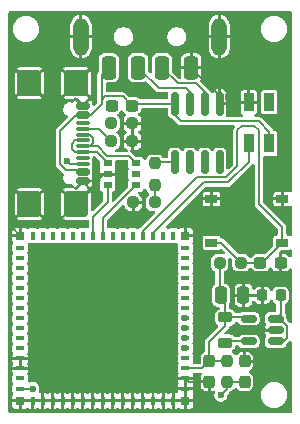
<source format=gbr>
%TF.GenerationSoftware,KiCad,Pcbnew,9.0.0*%
%TF.CreationDate,2025-07-11T23:31:07+02:00*%
%TF.ProjectId,usb-dmx,7573622d-646d-4782-9e6b-696361645f70,1*%
%TF.SameCoordinates,Original*%
%TF.FileFunction,Copper,L1,Top*%
%TF.FilePolarity,Positive*%
%FSLAX46Y46*%
G04 Gerber Fmt 4.6, Leading zero omitted, Abs format (unit mm)*
G04 Created by KiCad (PCBNEW 9.0.0) date 2025-07-11 23:31:07*
%MOMM*%
%LPD*%
G01*
G04 APERTURE LIST*
G04 Aperture macros list*
%AMRoundRect*
0 Rectangle with rounded corners*
0 $1 Rounding radius*
0 $2 $3 $4 $5 $6 $7 $8 $9 X,Y pos of 4 corners*
0 Add a 4 corners polygon primitive as box body*
4,1,4,$2,$3,$4,$5,$6,$7,$8,$9,$2,$3,0*
0 Add four circle primitives for the rounded corners*
1,1,$1+$1,$2,$3*
1,1,$1+$1,$4,$5*
1,1,$1+$1,$6,$7*
1,1,$1+$1,$8,$9*
0 Add four rect primitives between the rounded corners*
20,1,$1+$1,$2,$3,$4,$5,0*
20,1,$1+$1,$4,$5,$6,$7,0*
20,1,$1+$1,$6,$7,$8,$9,0*
20,1,$1+$1,$8,$9,$2,$3,0*%
%AMOutline5P*
0 Free polygon, 5 corners , with rotation*
0 The origin of the aperture is its center*
0 number of corners: always 5*
0 $1 to $10 corner X, Y*
0 $11 Rotation angle, in degrees counterclockwise*
0 create outline with 5 corners*
4,1,5,$1,$2,$3,$4,$5,$6,$7,$8,$9,$10,$1,$2,$11*%
%AMOutline6P*
0 Free polygon, 6 corners , with rotation*
0 The origin of the aperture is its center*
0 number of corners: always 6*
0 $1 to $12 corner X, Y*
0 $13 Rotation angle, in degrees counterclockwise*
0 create outline with 6 corners*
4,1,6,$1,$2,$3,$4,$5,$6,$7,$8,$9,$10,$11,$12,$1,$2,$13*%
%AMOutline7P*
0 Free polygon, 7 corners , with rotation*
0 The origin of the aperture is its center*
0 number of corners: always 7*
0 $1 to $14 corner X, Y*
0 $15 Rotation angle, in degrees counterclockwise*
0 create outline with 7 corners*
4,1,7,$1,$2,$3,$4,$5,$6,$7,$8,$9,$10,$11,$12,$13,$14,$1,$2,$15*%
%AMOutline8P*
0 Free polygon, 8 corners , with rotation*
0 The origin of the aperture is its center*
0 number of corners: always 8*
0 $1 to $16 corner X, Y*
0 $17 Rotation angle, in degrees counterclockwise*
0 create outline with 8 corners*
4,1,8,$1,$2,$3,$4,$5,$6,$7,$8,$9,$10,$11,$12,$13,$14,$15,$16,$1,$2,$17*%
G04 Aperture macros list end*
%TA.AperFunction,SMDPad,CuDef*%
%ADD10RoundRect,0.150000X-0.425000X0.150000X-0.425000X-0.150000X0.425000X-0.150000X0.425000X0.150000X0*%
%TD*%
%TA.AperFunction,SMDPad,CuDef*%
%ADD11RoundRect,0.075000X-0.500000X0.075000X-0.500000X-0.075000X0.500000X-0.075000X0.500000X0.075000X0*%
%TD*%
%TA.AperFunction,SMDPad,CuDef*%
%ADD12RoundRect,0.250000X-0.750000X0.840000X-0.750000X-0.840000X0.750000X-0.840000X0.750000X0.840000X0*%
%TD*%
%TA.AperFunction,SMDPad,CuDef*%
%ADD13RoundRect,0.237500X-0.237500X0.250000X-0.237500X-0.250000X0.237500X-0.250000X0.237500X0.250000X0*%
%TD*%
%TA.AperFunction,SMDPad,CuDef*%
%ADD14RoundRect,0.237500X-0.250000X-0.237500X0.250000X-0.237500X0.250000X0.237500X-0.250000X0.237500X0*%
%TD*%
%TA.AperFunction,SMDPad,CuDef*%
%ADD15R,0.850000X1.600000*%
%TD*%
%TA.AperFunction,SMDPad,CuDef*%
%ADD16R,0.800000X0.400000*%
%TD*%
%TA.AperFunction,SMDPad,CuDef*%
%ADD17R,0.400000X0.800000*%
%TD*%
%TA.AperFunction,HeatsinkPad*%
%ADD18Outline5P,-0.600000X0.204000X-0.204000X0.600000X0.600000X0.600000X0.600000X-0.600000X-0.600000X-0.600000X180.000000*%
%TD*%
%TA.AperFunction,HeatsinkPad*%
%ADD19R,1.200000X1.200000*%
%TD*%
%TA.AperFunction,SMDPad,CuDef*%
%ADD20R,0.800000X0.800000*%
%TD*%
%TA.AperFunction,SMDPad,CuDef*%
%ADD21RoundRect,0.225000X0.225000X0.250000X-0.225000X0.250000X-0.225000X-0.250000X0.225000X-0.250000X0*%
%TD*%
%TA.AperFunction,SMDPad,CuDef*%
%ADD22RoundRect,0.150000X0.512500X0.150000X-0.512500X0.150000X-0.512500X-0.150000X0.512500X-0.150000X0*%
%TD*%
%TA.AperFunction,SMDPad,CuDef*%
%ADD23RoundRect,0.237500X0.237500X-0.250000X0.237500X0.250000X-0.237500X0.250000X-0.237500X-0.250000X0*%
%TD*%
%TA.AperFunction,SMDPad,CuDef*%
%ADD24RoundRect,0.150000X0.150000X-0.825000X0.150000X0.825000X-0.150000X0.825000X-0.150000X-0.825000X0*%
%TD*%
%TA.AperFunction,SMDPad,CuDef*%
%ADD25R,0.800000X0.550000*%
%TD*%
%TA.AperFunction,SMDPad,CuDef*%
%ADD26R,1.000000X0.700000*%
%TD*%
%TA.AperFunction,SMDPad,CuDef*%
%ADD27RoundRect,0.237500X0.300000X0.237500X-0.300000X0.237500X-0.300000X-0.237500X0.300000X-0.237500X0*%
%TD*%
%TA.AperFunction,SMDPad,CuDef*%
%ADD28RoundRect,0.237500X-0.237500X0.300000X-0.237500X-0.300000X0.237500X-0.300000X0.237500X0.300000X0*%
%TD*%
%TA.AperFunction,SMDPad,CuDef*%
%ADD29RoundRect,0.237500X0.237500X-0.300000X0.237500X0.300000X-0.237500X0.300000X-0.237500X-0.300000X0*%
%TD*%
%TA.AperFunction,SMDPad,CuDef*%
%ADD30RoundRect,0.237500X0.250000X0.237500X-0.250000X0.237500X-0.250000X-0.237500X0.250000X-0.237500X0*%
%TD*%
%TA.AperFunction,SMDPad,CuDef*%
%ADD31RoundRect,0.218750X0.381250X-0.218750X0.381250X0.218750X-0.381250X0.218750X-0.381250X-0.218750X0*%
%TD*%
%TA.AperFunction,SMDPad,CuDef*%
%ADD32RoundRect,0.300000X0.300000X-0.700000X0.300000X0.700000X-0.300000X0.700000X-0.300000X-0.700000X0*%
%TD*%
%TA.AperFunction,HeatsinkPad*%
%ADD33O,1.300000X3.200000*%
%TD*%
%TA.AperFunction,SMDPad,CuDef*%
%ADD34RoundRect,0.237500X-0.300000X-0.237500X0.300000X-0.237500X0.300000X0.237500X-0.300000X0.237500X0*%
%TD*%
%TA.AperFunction,SMDPad,CuDef*%
%ADD35RoundRect,0.250000X-0.250000X-0.475000X0.250000X-0.475000X0.250000X0.475000X-0.250000X0.475000X0*%
%TD*%
%TA.AperFunction,ViaPad*%
%ADD36C,0.600000*%
%TD*%
%TA.AperFunction,Conductor*%
%ADD37C,0.200000*%
%TD*%
G04 APERTURE END LIST*
D10*
%TO.P,J1,A1,GND*%
%TO.N,GND*%
X94290000Y-68500000D03*
%TO.P,J1,A4,VBUS*%
%TO.N,VCC_5V*%
X94290000Y-69300000D03*
D11*
%TO.P,J1,A5,CC1*%
%TO.N,Net-(J1-CC1)*%
X94290000Y-70450000D03*
%TO.P,J1,A6,D+*%
%TO.N,Net-(J1-D+-PadA6)*%
X94290000Y-71450000D03*
%TO.P,J1,A7,D-*%
%TO.N,Net-(J1-D--PadA7)*%
X94290000Y-71950000D03*
%TO.P,J1,A8,SBU1*%
%TO.N,unconnected-(J1-SBU1-PadA8)*%
X94290000Y-72950000D03*
D10*
%TO.P,J1,A9,VBUS*%
%TO.N,VCC_5V*%
X94290000Y-74100000D03*
%TO.P,J1,A12,GND*%
%TO.N,GND*%
X94290000Y-74900000D03*
%TO.P,J1,B1,GND*%
X94290000Y-74900000D03*
%TO.P,J1,B4,VBUS*%
%TO.N,VCC_5V*%
X94290000Y-74100000D03*
D11*
%TO.P,J1,B5,CC2*%
%TO.N,Net-(J1-CC2)*%
X94290000Y-73450000D03*
%TO.P,J1,B6,D+*%
%TO.N,Net-(J1-D+-PadA6)*%
X94290000Y-72450000D03*
%TO.P,J1,B7,D-*%
%TO.N,Net-(J1-D--PadA7)*%
X94290000Y-70950000D03*
%TO.P,J1,B8,SBU2*%
%TO.N,unconnected-(J1-SBU2-PadB8)*%
X94290000Y-69950000D03*
D10*
%TO.P,J1,B9,VBUS*%
%TO.N,VCC_5V*%
X94290000Y-69300000D03*
%TO.P,J1,B12,GND*%
%TO.N,GND*%
X94290000Y-68500000D03*
D12*
%TO.P,J1,S1,SHIELD*%
X93715000Y-66590000D03*
X89785000Y-66590000D03*
X93715000Y-76810000D03*
X89785000Y-76810000D03*
%TD*%
D13*
%TO.P,R3,1*%
%TO.N,VCC_3.3V*%
X106500000Y-90087500D03*
%TO.P,R3,2*%
%TO.N,Net-(U3-EN)*%
X106500000Y-91912500D03*
%TD*%
D14*
%TO.P,R1,1*%
%TO.N,Net-(J1-CC1)*%
X96687500Y-71500000D03*
%TO.P,R1,2*%
%TO.N,GND*%
X98512500Y-71500000D03*
%TD*%
%TO.P,R2,1*%
%TO.N,Net-(J1-CC2)*%
X96687500Y-70000000D03*
%TO.P,R2,2*%
%TO.N,GND*%
X98512500Y-70000000D03*
%TD*%
D15*
%TO.P,D1,1,DOUT*%
%TO.N,unconnected-(D1-DOUT-Pad1)*%
X110100000Y-68200000D03*
%TO.P,D1,2,VSS*%
%TO.N,GND*%
X108350000Y-68200000D03*
%TO.P,D1,3,DIN*%
%TO.N,14*%
X108350000Y-71700000D03*
%TO.P,D1,4,VDD*%
%TO.N,VCC_5V*%
X110100000Y-71700000D03*
%TD*%
D16*
%TO.P,U3,1,GND*%
%TO.N,GND*%
X103000000Y-92450000D03*
%TO.P,U3,2,GND*%
X103000000Y-91600000D03*
%TO.P,U3,3,3V3*%
%TO.N,VCC_3.3V*%
X103000000Y-90750000D03*
%TO.P,U3,4,IO0*%
%TO.N,unconnected-(U3-IO0-Pad4)*%
X103000000Y-89900000D03*
%TO.P,U3,5,IO1*%
%TO.N,1*%
X103000000Y-89050000D03*
%TO.P,U3,6,IO2*%
%TO.N,2*%
X103000000Y-88200000D03*
%TO.P,U3,7,IO3*%
%TO.N,3*%
X103000000Y-87350000D03*
%TO.P,U3,8,IO4*%
%TO.N,4*%
X103000000Y-86500000D03*
%TO.P,U3,9,IO5*%
%TO.N,unconnected-(U3-IO5-Pad9)*%
X103000000Y-85650000D03*
%TO.P,U3,10,IO6*%
%TO.N,unconnected-(U3-IO6-Pad10)*%
X103000000Y-84800000D03*
%TO.P,U3,11,IO7*%
%TO.N,unconnected-(U3-IO7-Pad11)*%
X103000000Y-83950000D03*
%TO.P,U3,12,IO8*%
%TO.N,unconnected-(U3-IO8-Pad12)*%
X103000000Y-83100000D03*
%TO.P,U3,13,IO9*%
%TO.N,unconnected-(U3-IO9-Pad13)*%
X103000000Y-82250000D03*
%TO.P,U3,14,IO10*%
%TO.N,unconnected-(U3-IO10-Pad14)*%
X103000000Y-81400000D03*
%TO.P,U3,15,IO11*%
%TO.N,unconnected-(U3-IO11-Pad15)*%
X103000000Y-80550000D03*
D17*
%TO.P,U3,16,IO12*%
%TO.N,unconnected-(U3-IO12-Pad16)*%
X101950000Y-79500000D03*
%TO.P,U3,17,IO13*%
%TO.N,unconnected-(U3-IO13-Pad17)*%
X101100000Y-79500000D03*
%TO.P,U3,18,IO14*%
%TO.N,14*%
X100250000Y-79500000D03*
%TO.P,U3,19,IO15*%
%TO.N,15*%
X99400000Y-79500000D03*
%TO.P,U3,20,IO16*%
%TO.N,unconnected-(U3-IO16-Pad20)*%
X98550000Y-79500000D03*
%TO.P,U3,21,IO17*%
%TO.N,unconnected-(U3-IO17-Pad21)*%
X97700000Y-79500000D03*
%TO.P,U3,22,IO18*%
%TO.N,unconnected-(U3-IO18-Pad22)*%
X96850000Y-79500000D03*
%TO.P,U3,23,USB_D-*%
%TO.N,D-*%
X96000000Y-79500000D03*
%TO.P,U3,24,USB_D+*%
%TO.N,D+*%
X95150000Y-79500000D03*
%TO.P,U3,25,IO21*%
%TO.N,unconnected-(U3-IO21-Pad25)*%
X94300000Y-79500000D03*
%TO.P,U3,26,IO26*%
%TO.N,unconnected-(U3-IO26-Pad26)*%
X93450000Y-79500000D03*
%TO.P,U3,27,IO47*%
%TO.N,unconnected-(U3-IO47-Pad27)*%
X92600000Y-79500000D03*
%TO.P,U3,28,IO33*%
%TO.N,unconnected-(U3-IO33-Pad28)*%
X91750000Y-79500000D03*
%TO.P,U3,29,IO34*%
%TO.N,unconnected-(U3-IO34-Pad29)*%
X90900000Y-79500000D03*
%TO.P,U3,30,IO48*%
%TO.N,unconnected-(U3-IO48-Pad30)*%
X90050000Y-79500000D03*
D16*
%TO.P,U3,31,IO35*%
%TO.N,unconnected-(U3-IO35-Pad31)*%
X89000000Y-80550000D03*
%TO.P,U3,32,IO36*%
%TO.N,unconnected-(U3-IO36-Pad32)*%
X89000000Y-81400000D03*
%TO.P,U3,33,IO37*%
%TO.N,unconnected-(U3-IO37-Pad33)*%
X89000000Y-82250000D03*
%TO.P,U3,34,IO38*%
%TO.N,unconnected-(U3-IO38-Pad34)*%
X89000000Y-83100000D03*
%TO.P,U3,35,IO39*%
%TO.N,unconnected-(U3-IO39-Pad35)*%
X89000000Y-83950000D03*
%TO.P,U3,36,IO40*%
%TO.N,unconnected-(U3-IO40-Pad36)*%
X89000000Y-84800000D03*
%TO.P,U3,37,IO41*%
%TO.N,unconnected-(U3-IO41-Pad37)*%
X89000000Y-85650000D03*
%TO.P,U3,38,IO42*%
%TO.N,unconnected-(U3-IO42-Pad38)*%
X89000000Y-86500000D03*
%TO.P,U3,39,TXD0*%
%TO.N,unconnected-(U3-TXD0-Pad39)*%
X89000000Y-87350000D03*
%TO.P,U3,40,RXD0*%
%TO.N,unconnected-(U3-RXD0-Pad40)*%
X89000000Y-88200000D03*
%TO.P,U3,41,IO45*%
%TO.N,unconnected-(U3-IO45-Pad41)*%
X89000000Y-89050000D03*
%TO.P,U3,42,GND*%
%TO.N,GND*%
X89000000Y-89900000D03*
%TO.P,U3,43,GND*%
X89000000Y-90750000D03*
%TO.P,U3,44,IO46*%
%TO.N,unconnected-(U3-IO46-Pad44)*%
X89000000Y-91600000D03*
%TO.P,U3,45,EN*%
%TO.N,Net-(U3-EN)*%
X89000000Y-92450000D03*
D17*
%TO.P,U3,46,GND*%
%TO.N,GND*%
X90050000Y-93500000D03*
%TO.P,U3,47,GND*%
X90900000Y-93500000D03*
%TO.P,U3,48,GND*%
X91750000Y-93500000D03*
%TO.P,U3,49,GND*%
X92600000Y-93500000D03*
%TO.P,U3,50,GND*%
X93450000Y-93500000D03*
%TO.P,U3,51,GND*%
X94300000Y-93500000D03*
%TO.P,U3,52,GND*%
X95150000Y-93500000D03*
%TO.P,U3,53,GND*%
X96000000Y-93500000D03*
%TO.P,U3,54,GND*%
X96850000Y-93500000D03*
%TO.P,U3,55,GND*%
X97700000Y-93500000D03*
%TO.P,U3,56,GND*%
X98550000Y-93500000D03*
%TO.P,U3,57,GND*%
X99400000Y-93500000D03*
%TO.P,U3,58,GND*%
X100250000Y-93500000D03*
%TO.P,U3,59,GND*%
X101100000Y-93500000D03*
%TO.P,U3,60,GND*%
X101950000Y-93500000D03*
D18*
%TO.P,U3,61,GND*%
X97650000Y-88150000D03*
D19*
X97650000Y-86500000D03*
X97650000Y-84850000D03*
X96000000Y-88150000D03*
X96000000Y-86500000D03*
X96000000Y-84850000D03*
X94350000Y-88150000D03*
X94350000Y-86500000D03*
X94350000Y-84850000D03*
D20*
%TO.P,U3,62,GND*%
X103000000Y-93500000D03*
%TO.P,U3,63,GND*%
X103000000Y-79500000D03*
%TO.P,U3,64,GND*%
X89000000Y-79500000D03*
%TO.P,U3,65,GND*%
X89000000Y-93500000D03*
%TD*%
D21*
%TO.P,C1,1*%
%TO.N,VCC_5V*%
X111050000Y-84550000D03*
%TO.P,C1,2*%
%TO.N,GND*%
X109500000Y-84550000D03*
%TD*%
D22*
%TO.P,U2,1,Vin*%
%TO.N,VCC_5V*%
X110637500Y-88450000D03*
%TO.P,U2,2,GND*%
%TO.N,GND*%
X110637500Y-87500000D03*
%TO.P,U2,3,EN*%
%TO.N,VCC_5V*%
X110637500Y-86550000D03*
%TO.P,U2,4,FB*%
%TO.N,VCC_3.3V*%
X108362500Y-86550000D03*
%TO.P,U2,5,SW*%
%TO.N,Net-(U2-SW)*%
X108362500Y-88450000D03*
%TD*%
D23*
%TO.P,R5,1*%
%TO.N,1*%
X100400000Y-75212500D03*
%TO.P,R5,2*%
%TO.N,Net-(U4-RO)*%
X100400000Y-73387500D03*
%TD*%
D14*
%TO.P,R4,1*%
%TO.N,VCC_3.3V*%
X105887500Y-81800000D03*
%TO.P,R4,2*%
%TO.N,15*%
X107712500Y-81800000D03*
%TD*%
D24*
%TO.P,U4,1,RO*%
%TO.N,Net-(U4-RO)*%
X102095000Y-73275000D03*
%TO.P,U4,2,~{RE}*%
%TO.N,2*%
X103365000Y-73275000D03*
%TO.P,U4,3,DE*%
%TO.N,3*%
X104635000Y-73275000D03*
%TO.P,U4,4,DI*%
%TO.N,4*%
X105905000Y-73275000D03*
%TO.P,U4,5,GND*%
%TO.N,GND*%
X105905000Y-68325000D03*
%TO.P,U4,6,A*%
%TO.N,DMX+*%
X104635000Y-68325000D03*
%TO.P,U4,7,B*%
%TO.N,DMX-*%
X103365000Y-68325000D03*
%TO.P,U4,8,VCC*%
%TO.N,VCC_5V*%
X102095000Y-68325000D03*
%TD*%
D25*
%TO.P,U1,1*%
%TO.N,Net-(J1-D+-PadA6)*%
X96400000Y-73350000D03*
%TO.P,U1,2*%
%TO.N,GND*%
X96400000Y-74300000D03*
%TO.P,U1,3*%
%TO.N,D+*%
X96400000Y-75250000D03*
%TO.P,U1,4*%
%TO.N,D-*%
X98800000Y-75250000D03*
%TO.P,U1,5*%
%TO.N,VCC_5V*%
X98800000Y-74300000D03*
%TO.P,U1,6*%
%TO.N,Net-(J1-D--PadA7)*%
X98800000Y-73350000D03*
%TD*%
D26*
%TO.P,SW1,1*%
%TO.N,GND*%
X105200000Y-76400000D03*
%TO.P,SW1,2*%
X111200000Y-76400000D03*
%TO.P,SW1,3*%
%TO.N,15*%
X105200000Y-80100000D03*
%TO.P,SW1,4*%
X111200000Y-80100000D03*
%TD*%
D27*
%TO.P,C6,1*%
%TO.N,VCC_5V*%
X98462500Y-68500000D03*
%TO.P,C6,2*%
%TO.N,GND*%
X96737500Y-68500000D03*
%TD*%
D28*
%TO.P,C4,1*%
%TO.N,VCC_3.3V*%
X105000000Y-90137500D03*
%TO.P,C4,2*%
%TO.N,GND*%
X105000000Y-91862500D03*
%TD*%
D29*
%TO.P,C3,1*%
%TO.N,Net-(U3-EN)*%
X108000000Y-91862500D03*
%TO.P,C3,2*%
%TO.N,GND*%
X108000000Y-90137500D03*
%TD*%
D30*
%TO.P,R6,1*%
%TO.N,1*%
X100412500Y-76700000D03*
%TO.P,R6,2*%
%TO.N,GND*%
X98587500Y-76700000D03*
%TD*%
D31*
%TO.P,L1,1,1*%
%TO.N,Net-(U2-SW)*%
X106362500Y-88562500D03*
%TO.P,L1,2,2*%
%TO.N,VCC_3.3V*%
X106362500Y-86437500D03*
%TD*%
D32*
%TO.P,J2,1,VBUS*%
%TO.N,VCC_5V*%
X96500000Y-65275000D03*
%TO.P,J2,2,D-*%
%TO.N,DMX-*%
X99000000Y-65275000D03*
%TO.P,J2,3,D+*%
%TO.N,DMX+*%
X101000000Y-65275000D03*
%TO.P,J2,4,GND*%
%TO.N,GND*%
X103500000Y-65275000D03*
D33*
%TO.P,J2,5,Shield*%
X94150000Y-62675000D03*
X105850000Y-62675000D03*
%TD*%
D34*
%TO.P,C5,1*%
%TO.N,15*%
X109337500Y-81800000D03*
%TO.P,C5,2*%
%TO.N,GND*%
X111062500Y-81800000D03*
%TD*%
D35*
%TO.P,C2,1*%
%TO.N,VCC_3.3V*%
X106000000Y-84550000D03*
%TO.P,C2,2*%
%TO.N,GND*%
X107900000Y-84550000D03*
%TD*%
D36*
%TO.N,Net-(U3-EN)*%
X106000000Y-93000000D03*
X90050000Y-92450000D03*
%TO.N,1*%
X103000000Y-89050000D03*
X100412500Y-76700000D03*
%TO.N,2*%
X103365000Y-73275000D03*
X103000000Y-88200000D03*
%TO.N,4*%
X103000000Y-86500000D03*
X105905000Y-73275000D03*
%TO.N,GND*%
X110637500Y-87500000D03*
X96000000Y-89600000D03*
X111700000Y-83100000D03*
X90600000Y-69200000D03*
X107800000Y-83100000D03*
X106600000Y-67800000D03*
X111000000Y-66000000D03*
X104600000Y-87000000D03*
X103800000Y-61200000D03*
X107800000Y-62400000D03*
X90800000Y-81200000D03*
X101600000Y-91800000D03*
X100200000Y-63000000D03*
X105800000Y-65200000D03*
X92600000Y-91800000D03*
X91800000Y-62800000D03*
X92400000Y-86400000D03*
X100200000Y-70800000D03*
X96737500Y-68500000D03*
X89400000Y-73000000D03*
X109200000Y-79400000D03*
X96400000Y-61400000D03*
X104000000Y-77800000D03*
X109500000Y-85600000D03*
X104800000Y-71200000D03*
X97600000Y-74600000D03*
X99000000Y-82600000D03*
X111400000Y-74200000D03*
X108000000Y-93800000D03*
X98587500Y-76700000D03*
%TO.N,VCC_5V*%
X111050000Y-84600000D03*
X98800000Y-74300000D03*
X110100000Y-71700000D03*
X94290000Y-74100000D03*
%TO.N,3*%
X103000000Y-87350000D03*
X104635000Y-73275000D03*
%TO.N,Net-(J1-CC2)*%
X96687500Y-70000000D03*
X93000000Y-73200000D03*
%TD*%
D37*
%TO.N,Net-(U3-EN)*%
X106550000Y-91862500D02*
X106500000Y-91912500D01*
X106500000Y-92500000D02*
X106000000Y-93000000D01*
X106500000Y-91912500D02*
X106500000Y-92500000D01*
X108000000Y-91862500D02*
X106550000Y-91862500D01*
X90050000Y-92450000D02*
X89000000Y-92450000D01*
%TO.N,Net-(U2-SW)*%
X106475000Y-88450000D02*
X106362500Y-88562500D01*
X108362500Y-88450000D02*
X106475000Y-88450000D01*
%TO.N,14*%
X104550000Y-75000000D02*
X106600000Y-75000000D01*
X106600000Y-75000000D02*
X108350000Y-73250000D01*
X100250000Y-79500000D02*
X100250000Y-79300000D01*
X108350000Y-73250000D02*
X108350000Y-71700000D01*
X100250000Y-79300000D02*
X104550000Y-75000000D01*
%TO.N,15*%
X109200000Y-70600000D02*
X109200000Y-76800000D01*
X103997000Y-74551000D02*
X106449000Y-74551000D01*
X107712500Y-81800000D02*
X109337500Y-81800000D01*
X107400000Y-73600000D02*
X107400000Y-70600000D01*
X109200000Y-76800000D02*
X111200000Y-78800000D01*
X105200000Y-80100000D02*
X106012500Y-80100000D01*
X106012500Y-80100000D02*
X107712500Y-81800000D01*
X107400000Y-70600000D02*
X107800000Y-70200000D01*
X109337500Y-81800000D02*
X109500000Y-81800000D01*
X108800000Y-70200000D02*
X109200000Y-70600000D01*
X99400000Y-79148000D02*
X103997000Y-74551000D01*
X109500000Y-81800000D02*
X111200000Y-80100000D01*
X106449000Y-74551000D02*
X107400000Y-73600000D01*
X111200000Y-78800000D02*
X111200000Y-80100000D01*
X107800000Y-70200000D02*
X108800000Y-70200000D01*
X99400000Y-79500000D02*
X99400000Y-79148000D01*
%TO.N,1*%
X100400000Y-76687500D02*
X100412500Y-76700000D01*
X100400000Y-75212500D02*
X100400000Y-76687500D01*
%TO.N,GND*%
X94290000Y-74900000D02*
X95473000Y-74900000D01*
X88301000Y-78294000D02*
X89785000Y-76810000D01*
X109500000Y-85600000D02*
X109500000Y-84550000D01*
X109800000Y-87500000D02*
X109500000Y-87200000D01*
X110637500Y-87500000D02*
X109800000Y-87500000D01*
X109500000Y-84550000D02*
X107900000Y-84550000D01*
X96073000Y-74300000D02*
X96400000Y-74300000D01*
X89000000Y-79500000D02*
X88301000Y-78801000D01*
X105000000Y-91862500D02*
X103262500Y-91862500D01*
X95473000Y-74900000D02*
X96073000Y-74300000D01*
X103262500Y-91862500D02*
X103000000Y-91600000D01*
X109500000Y-87200000D02*
X109500000Y-85600000D01*
X103500000Y-65275000D02*
X105905000Y-67680000D01*
X88301000Y-78801000D02*
X88301000Y-78294000D01*
X105905000Y-67680000D02*
X105905000Y-68325000D01*
%TO.N,VCC_5V*%
X92399000Y-70616001D02*
X93715001Y-69300000D01*
X110100000Y-70700000D02*
X110100000Y-71700000D01*
X111299999Y-88450000D02*
X110637500Y-88450000D01*
X111601000Y-87159032D02*
X111601000Y-88148999D01*
X95899000Y-68032866D02*
X96207866Y-67724000D01*
X109199000Y-69799000D02*
X110100000Y-70700000D01*
X94104000Y-73914000D02*
X92864057Y-73914000D01*
X92399000Y-73448943D02*
X92399000Y-70616001D01*
X111601000Y-88148999D02*
X111299999Y-88450000D01*
X94290000Y-74100000D02*
X94104000Y-73914000D01*
X102594001Y-69799000D02*
X109199000Y-69799000D01*
X98462500Y-68500000D02*
X98700000Y-68500000D01*
X92864057Y-73914000D02*
X92399000Y-73448943D01*
X98700000Y-68500000D02*
X98875000Y-68325000D01*
X98875000Y-68325000D02*
X102095000Y-68325000D01*
X110637500Y-86550000D02*
X110991968Y-86550000D01*
X102095000Y-69299999D02*
X102594001Y-69799000D01*
X95899000Y-65876000D02*
X95899000Y-68401000D01*
X94290000Y-69300000D02*
X95000000Y-69300000D01*
X96207866Y-67724000D02*
X97686500Y-67724000D01*
X110991968Y-86550000D02*
X111601000Y-87159032D01*
X111050000Y-86137500D02*
X110637500Y-86550000D01*
X96500000Y-65275000D02*
X95899000Y-65876000D01*
X111050000Y-84550000D02*
X111050000Y-84600000D01*
X95000000Y-69300000D02*
X95899000Y-68401000D01*
X102095000Y-68325000D02*
X102095000Y-69299999D01*
X93715001Y-69300000D02*
X94290000Y-69300000D01*
X97686500Y-67724000D02*
X98462500Y-68500000D01*
X111050000Y-84600000D02*
X111050000Y-86137500D01*
X95899000Y-68401000D02*
X95899000Y-68032866D01*
%TO.N,VCC_3.3V*%
X106362500Y-86437500D02*
X106362500Y-87137500D01*
X106362500Y-84912500D02*
X106362500Y-86437500D01*
X106362500Y-86437500D02*
X108250000Y-86437500D01*
X105887500Y-84437500D02*
X106000000Y-84550000D01*
X105887500Y-81800000D02*
X105887500Y-84437500D01*
X105000000Y-90137500D02*
X104387500Y-90750000D01*
X106500000Y-90087500D02*
X105050000Y-90087500D01*
X105050000Y-90087500D02*
X105000000Y-90137500D01*
X108250000Y-86437500D02*
X108362500Y-86550000D01*
X104387500Y-90750000D02*
X103000000Y-90750000D01*
X105000000Y-88500000D02*
X105000000Y-90137500D01*
X106000000Y-84550000D02*
X106362500Y-84912500D01*
X106362500Y-87137500D02*
X105000000Y-88500000D01*
%TO.N,D+*%
X96400000Y-76700000D02*
X95150000Y-77950000D01*
X95150000Y-77950000D02*
X95150000Y-79500000D01*
X96400000Y-75250000D02*
X96400000Y-76700000D01*
%TO.N,D-*%
X96000000Y-78050000D02*
X96000000Y-79500000D01*
X98800000Y-75250000D02*
X96000000Y-78050000D01*
%TO.N,DMX+*%
X102325000Y-66600000D02*
X103884999Y-66600000D01*
X103884999Y-66600000D02*
X104635000Y-67350001D01*
X104635000Y-67350001D02*
X104635000Y-68325000D01*
X101000000Y-65275000D02*
X102325000Y-66600000D01*
%TO.N,DMX-*%
X100726000Y-67001000D02*
X103001000Y-67001000D01*
X103365000Y-67365000D02*
X103365000Y-68325000D01*
X103001000Y-67001000D02*
X103365000Y-67365000D01*
X99000000Y-65275000D02*
X100726000Y-67001000D01*
%TO.N,Net-(J1-D--PadA7)*%
X95166000Y-71682824D02*
X94898824Y-71950000D01*
X98800000Y-73350000D02*
X98224000Y-72774000D01*
X94898824Y-70950000D02*
X95166000Y-71217176D01*
X95166000Y-71217176D02*
X95166000Y-71682824D01*
X95567100Y-71950000D02*
X94290000Y-71950000D01*
X98224000Y-72774000D02*
X96391100Y-72774000D01*
X96391100Y-72774000D02*
X95567100Y-71950000D01*
X94898824Y-71950000D02*
X94290000Y-71950000D01*
X94290000Y-70950000D02*
X94898824Y-70950000D01*
%TO.N,Net-(J1-CC2)*%
X94240000Y-73400000D02*
X94290000Y-73450000D01*
X93000000Y-73200000D02*
X93200000Y-73400000D01*
X93200000Y-73400000D02*
X94240000Y-73400000D01*
%TO.N,Net-(J1-D+-PadA6)*%
X93414000Y-71717176D02*
X93681176Y-71450000D01*
X94290000Y-72450000D02*
X93681176Y-72450000D01*
X95500000Y-72450000D02*
X94290000Y-72450000D01*
X93681176Y-71450000D02*
X94290000Y-71450000D01*
X96400000Y-73350000D02*
X95500000Y-72450000D01*
X93681176Y-72450000D02*
X93414000Y-72182824D01*
X93414000Y-72182824D02*
X93414000Y-71717176D01*
%TO.N,Net-(J1-CC1)*%
X96687500Y-71500000D02*
X95637500Y-70450000D01*
X95637500Y-70450000D02*
X94290000Y-70450000D01*
%TO.N,Net-(U4-RO)*%
X100512500Y-73275000D02*
X100400000Y-73387500D01*
X102095000Y-73275000D02*
X100512500Y-73275000D01*
%TD*%
%TA.AperFunction,Conductor*%
%TO.N,GND*%
G36*
X111942539Y-60520185D02*
G01*
X111988294Y-60572989D01*
X111999500Y-60624500D01*
X111999500Y-75717459D01*
X111979815Y-75784498D01*
X111927011Y-75830253D01*
X111857853Y-75840197D01*
X111806612Y-75820563D01*
X111797546Y-75814505D01*
X111797540Y-75814503D01*
X111724627Y-75800000D01*
X111325000Y-75800000D01*
X111325000Y-77000000D01*
X111724626Y-77000000D01*
X111724628Y-76999999D01*
X111797540Y-76985496D01*
X111797541Y-76985496D01*
X111806608Y-76979438D01*
X111873285Y-76958560D01*
X111940666Y-76977044D01*
X111987356Y-77029022D01*
X111999500Y-77082540D01*
X111999500Y-79416857D01*
X111979815Y-79483896D01*
X111927011Y-79529651D01*
X111857853Y-79539595D01*
X111850510Y-79538313D01*
X111826764Y-79533427D01*
X111797740Y-79514034D01*
X111724674Y-79499500D01*
X111661874Y-79499500D01*
X111649510Y-79496956D01*
X111629356Y-79486244D01*
X111607461Y-79479815D01*
X111599095Y-79470160D01*
X111587813Y-79464164D01*
X111576649Y-79444256D01*
X111561706Y-79427011D01*
X111558364Y-79411648D01*
X111553639Y-79403223D01*
X111554265Y-79392810D01*
X111550500Y-79375500D01*
X111550500Y-78753858D01*
X111550500Y-78753856D01*
X111526614Y-78664712D01*
X111480470Y-78584788D01*
X109670310Y-76774628D01*
X110450000Y-76774628D01*
X110464503Y-76847540D01*
X110464505Y-76847544D01*
X110519760Y-76930239D01*
X110602455Y-76985494D01*
X110602459Y-76985496D01*
X110675371Y-76999999D01*
X110675374Y-77000000D01*
X111075000Y-77000000D01*
X111075000Y-76525000D01*
X110450000Y-76525000D01*
X110450000Y-76774628D01*
X109670310Y-76774628D01*
X109586819Y-76691137D01*
X109572115Y-76664209D01*
X109555523Y-76638391D01*
X109554631Y-76632190D01*
X109553334Y-76629814D01*
X109550500Y-76603456D01*
X109550500Y-76025371D01*
X110450000Y-76025371D01*
X110450000Y-76275000D01*
X111075000Y-76275000D01*
X111075000Y-75800000D01*
X110675373Y-75800000D01*
X110602459Y-75814503D01*
X110602455Y-75814505D01*
X110519760Y-75869760D01*
X110464505Y-75952455D01*
X110464503Y-75952459D01*
X110450000Y-76025371D01*
X109550500Y-76025371D01*
X109550500Y-72874500D01*
X109570185Y-72807461D01*
X109622989Y-72761706D01*
X109674500Y-72750500D01*
X110549676Y-72750500D01*
X110549677Y-72750499D01*
X110622740Y-72735966D01*
X110705601Y-72680601D01*
X110760966Y-72597740D01*
X110775500Y-72524674D01*
X110775500Y-70875326D01*
X110775500Y-70875323D01*
X110775499Y-70875321D01*
X110760967Y-70802264D01*
X110760966Y-70802260D01*
X110746593Y-70780749D01*
X110705601Y-70719399D01*
X110649500Y-70681914D01*
X110622739Y-70664033D01*
X110622735Y-70664032D01*
X110549677Y-70649500D01*
X110549674Y-70649500D01*
X110544481Y-70649500D01*
X110477442Y-70629815D01*
X110444383Y-70598687D01*
X110430704Y-70579979D01*
X110426614Y-70564712D01*
X110380469Y-70484788D01*
X110315212Y-70419531D01*
X109414212Y-69518530D01*
X109414211Y-69518529D01*
X109414208Y-69518527D01*
X109334290Y-69472387D01*
X109334289Y-69472386D01*
X109334288Y-69472386D01*
X109245144Y-69448500D01*
X109245143Y-69448500D01*
X108962533Y-69448500D01*
X108895494Y-69428815D01*
X108849739Y-69376011D01*
X108839795Y-69306853D01*
X108868820Y-69243297D01*
X108893642Y-69221398D01*
X108955239Y-69180239D01*
X109010494Y-69097544D01*
X109010496Y-69097540D01*
X109024999Y-69024628D01*
X109025000Y-69024626D01*
X109025000Y-68325000D01*
X107675000Y-68325000D01*
X107675000Y-69024628D01*
X107689503Y-69097540D01*
X107689505Y-69097544D01*
X107744760Y-69180239D01*
X107806358Y-69221398D01*
X107851163Y-69275010D01*
X107859870Y-69344335D01*
X107829716Y-69407362D01*
X107770273Y-69444082D01*
X107737467Y-69448500D01*
X106554187Y-69448500D01*
X106487148Y-69428815D01*
X106441393Y-69376011D01*
X106431449Y-69306853D01*
X106438426Y-69284840D01*
X106437150Y-69284426D01*
X106440166Y-69275144D01*
X106455000Y-69181486D01*
X106455000Y-68450000D01*
X106029000Y-68450000D01*
X106020314Y-68447449D01*
X106011353Y-68448738D01*
X105987312Y-68437759D01*
X105961961Y-68430315D01*
X105956033Y-68423474D01*
X105947797Y-68419713D01*
X105933507Y-68397478D01*
X105916206Y-68377511D01*
X105913918Y-68366996D01*
X105910023Y-68360935D01*
X105905000Y-68326000D01*
X105905000Y-68325000D01*
X105904000Y-68325000D01*
X105836961Y-68305315D01*
X105791206Y-68252511D01*
X105780000Y-68201000D01*
X105780000Y-68200000D01*
X106030000Y-68200000D01*
X106454999Y-68200000D01*
X106454999Y-67468520D01*
X106442355Y-67388680D01*
X106442355Y-67388678D01*
X106440247Y-67375371D01*
X107675000Y-67375371D01*
X107675000Y-68075000D01*
X108225000Y-68075000D01*
X108475000Y-68075000D01*
X109025000Y-68075000D01*
X109025000Y-67375372D01*
X109024990Y-67375321D01*
X109424500Y-67375321D01*
X109424500Y-69024678D01*
X109439032Y-69097735D01*
X109439033Y-69097739D01*
X109439034Y-69097740D01*
X109494399Y-69180601D01*
X109577260Y-69235966D01*
X109577264Y-69235967D01*
X109650321Y-69250499D01*
X109650324Y-69250500D01*
X109650326Y-69250500D01*
X110549676Y-69250500D01*
X110549677Y-69250499D01*
X110622740Y-69235966D01*
X110705601Y-69180601D01*
X110760966Y-69097740D01*
X110775500Y-69024674D01*
X110775500Y-67375326D01*
X110775500Y-67375323D01*
X110775499Y-67375321D01*
X110760967Y-67302264D01*
X110760966Y-67302260D01*
X110747073Y-67281468D01*
X110705601Y-67219399D01*
X110650235Y-67182405D01*
X110622739Y-67164033D01*
X110622735Y-67164032D01*
X110549677Y-67149500D01*
X110549674Y-67149500D01*
X109650326Y-67149500D01*
X109650323Y-67149500D01*
X109577264Y-67164032D01*
X109577260Y-67164033D01*
X109494399Y-67219399D01*
X109439033Y-67302260D01*
X109439032Y-67302264D01*
X109424500Y-67375321D01*
X109024990Y-67375321D01*
X109010496Y-67302459D01*
X109010494Y-67302455D01*
X108955239Y-67219760D01*
X108872544Y-67164505D01*
X108872540Y-67164503D01*
X108799627Y-67150000D01*
X108475000Y-67150000D01*
X108475000Y-68075000D01*
X108225000Y-68075000D01*
X108225000Y-67150000D01*
X107900373Y-67150000D01*
X107827459Y-67164503D01*
X107827455Y-67164505D01*
X107744760Y-67219760D01*
X107689505Y-67302455D01*
X107689503Y-67302459D01*
X107675000Y-67375371D01*
X106440247Y-67375371D01*
X106440165Y-67374854D01*
X106440162Y-67374844D01*
X106382643Y-67261958D01*
X106382636Y-67261949D01*
X106293050Y-67172363D01*
X106293046Y-67172360D01*
X106180144Y-67114833D01*
X106086486Y-67100000D01*
X106030000Y-67100000D01*
X106030000Y-68200000D01*
X105780000Y-68200000D01*
X105780000Y-67100000D01*
X105779999Y-67099999D01*
X105723521Y-67100000D01*
X105629849Y-67114835D01*
X105629844Y-67114837D01*
X105516958Y-67172356D01*
X105516949Y-67172363D01*
X105427363Y-67261949D01*
X105427360Y-67261954D01*
X105380765Y-67353401D01*
X105332790Y-67404197D01*
X105264969Y-67420992D01*
X105198834Y-67398454D01*
X105159796Y-67353402D01*
X105113050Y-67261658D01*
X105113046Y-67261654D01*
X105113045Y-67261652D01*
X105023347Y-67171954D01*
X105023344Y-67171952D01*
X105023342Y-67171950D01*
X104910304Y-67114354D01*
X104910302Y-67114353D01*
X104901609Y-67109924D01*
X104902593Y-67107991D01*
X104866635Y-67085954D01*
X104249905Y-66469224D01*
X104216420Y-66407901D01*
X104221404Y-66338209D01*
X104238783Y-66306616D01*
X104283920Y-66247095D01*
X104339386Y-66106443D01*
X104350000Y-66018053D01*
X104350000Y-65400000D01*
X102650000Y-65400000D01*
X102650000Y-66018053D01*
X102661127Y-66110716D01*
X102658413Y-66126903D01*
X102660749Y-66143147D01*
X102652755Y-66160649D01*
X102649575Y-66179624D01*
X102638542Y-66191772D01*
X102631724Y-66206703D01*
X102615536Y-66217105D01*
X102602603Y-66231348D01*
X102586204Y-66235956D01*
X102572946Y-66244477D01*
X102538011Y-66249500D01*
X102521544Y-66249500D01*
X102454505Y-66229815D01*
X102433863Y-66213181D01*
X101886819Y-65666137D01*
X101853334Y-65604814D01*
X101850500Y-65578456D01*
X101850500Y-64531946D01*
X102650000Y-64531946D01*
X102650000Y-65150000D01*
X103375000Y-65150000D01*
X103625000Y-65150000D01*
X104350000Y-65150000D01*
X104350000Y-64531946D01*
X104339386Y-64443556D01*
X104283920Y-64302904D01*
X104192564Y-64182435D01*
X104072095Y-64091079D01*
X103931443Y-64035613D01*
X103843054Y-64025000D01*
X103625000Y-64025000D01*
X103625000Y-65150000D01*
X103375000Y-65150000D01*
X103375000Y-64025000D01*
X103156946Y-64025000D01*
X103068556Y-64035613D01*
X102927904Y-64091079D01*
X102807435Y-64182435D01*
X102716079Y-64302904D01*
X102660613Y-64443556D01*
X102650000Y-64531946D01*
X101850500Y-64531946D01*
X101850500Y-64531903D01*
X101850500Y-64531898D01*
X101839877Y-64443436D01*
X101784361Y-64302658D01*
X101784360Y-64302657D01*
X101784360Y-64302656D01*
X101692922Y-64182077D01*
X101572343Y-64090639D01*
X101472604Y-64051307D01*
X101431564Y-64035123D01*
X101431563Y-64035122D01*
X101431561Y-64035122D01*
X101385926Y-64029642D01*
X101343102Y-64024500D01*
X100656898Y-64024500D01*
X100617853Y-64029188D01*
X100568438Y-64035122D01*
X100427656Y-64090639D01*
X100307077Y-64182077D01*
X100215639Y-64302656D01*
X100160122Y-64443438D01*
X100154188Y-64492853D01*
X100149500Y-64531898D01*
X100149500Y-64531903D01*
X100149500Y-65629456D01*
X100143261Y-65650701D01*
X100141682Y-65672790D01*
X100133609Y-65683573D01*
X100129815Y-65696495D01*
X100113081Y-65710994D01*
X100099810Y-65728723D01*
X100087189Y-65733430D01*
X100077011Y-65742250D01*
X100055093Y-65745401D01*
X100034346Y-65753140D01*
X100021185Y-65750277D01*
X100007853Y-65752194D01*
X99987709Y-65742994D01*
X99966073Y-65738288D01*
X99948347Y-65725019D01*
X99944297Y-65723169D01*
X99937819Y-65717137D01*
X99886819Y-65666137D01*
X99853334Y-65604814D01*
X99850500Y-65578456D01*
X99850500Y-64531903D01*
X99850500Y-64531898D01*
X99839877Y-64443436D01*
X99784361Y-64302658D01*
X99784360Y-64302657D01*
X99784360Y-64302656D01*
X99692922Y-64182077D01*
X99572343Y-64090639D01*
X99472604Y-64051307D01*
X99431564Y-64035123D01*
X99431563Y-64035122D01*
X99431561Y-64035122D01*
X99385926Y-64029642D01*
X99343102Y-64024500D01*
X98656898Y-64024500D01*
X98617853Y-64029188D01*
X98568438Y-64035122D01*
X98427656Y-64090639D01*
X98307077Y-64182077D01*
X98215639Y-64302656D01*
X98160122Y-64443438D01*
X98154188Y-64492853D01*
X98149500Y-64531898D01*
X98149500Y-66018102D01*
X98155126Y-66064954D01*
X98160122Y-66106561D01*
X98160122Y-66106563D01*
X98160123Y-66106564D01*
X98168144Y-66126903D01*
X98215639Y-66247343D01*
X98307077Y-66367922D01*
X98427656Y-66459360D01*
X98427657Y-66459360D01*
X98427658Y-66459361D01*
X98568436Y-66514877D01*
X98656898Y-66525500D01*
X98656903Y-66525500D01*
X99343097Y-66525500D01*
X99343102Y-66525500D01*
X99431564Y-66514877D01*
X99572342Y-66459361D01*
X99572342Y-66459360D01*
X99580116Y-66456295D01*
X99649703Y-66450014D01*
X99711639Y-66482351D01*
X99713287Y-66483969D01*
X100510788Y-67281470D01*
X100590712Y-67327614D01*
X100679856Y-67351500D01*
X100679857Y-67351500D01*
X100772144Y-67351500D01*
X101420500Y-67351500D01*
X101487539Y-67371185D01*
X101533294Y-67423989D01*
X101544500Y-67475500D01*
X101544500Y-67850500D01*
X101524815Y-67917539D01*
X101472011Y-67963294D01*
X101420500Y-67974500D01*
X99218562Y-67974500D01*
X99151523Y-67954815D01*
X99119295Y-67924810D01*
X99111117Y-67913885D01*
X99081098Y-67891413D01*
X99056972Y-67873352D01*
X98998780Y-67829789D01*
X98998778Y-67829788D01*
X98970640Y-67819293D01*
X98867299Y-67780748D01*
X98809190Y-67774500D01*
X98809174Y-67774500D01*
X98284044Y-67774500D01*
X98217005Y-67754815D01*
X98196363Y-67738181D01*
X97901713Y-67443531D01*
X97901708Y-67443527D01*
X97821790Y-67397387D01*
X97821789Y-67397386D01*
X97821788Y-67397386D01*
X97732644Y-67373500D01*
X97732643Y-67373500D01*
X96373500Y-67373500D01*
X96306461Y-67353815D01*
X96260706Y-67301011D01*
X96249500Y-67249500D01*
X96249500Y-66649500D01*
X96269185Y-66582461D01*
X96321989Y-66536706D01*
X96373500Y-66525500D01*
X96843097Y-66525500D01*
X96843102Y-66525500D01*
X96931564Y-66514877D01*
X97072342Y-66459361D01*
X97192922Y-66367922D01*
X97284361Y-66247342D01*
X97339877Y-66106564D01*
X97350500Y-66018102D01*
X97350500Y-64531898D01*
X97339877Y-64443436D01*
X97284361Y-64302658D01*
X97284360Y-64302657D01*
X97284360Y-64302656D01*
X97192922Y-64182077D01*
X97072343Y-64090639D01*
X96972604Y-64051307D01*
X96931564Y-64035123D01*
X96931563Y-64035122D01*
X96931561Y-64035122D01*
X96885926Y-64029642D01*
X96843102Y-64024500D01*
X96156898Y-64024500D01*
X96117853Y-64029188D01*
X96068438Y-64035122D01*
X95927656Y-64090639D01*
X95807077Y-64182077D01*
X95715639Y-64302656D01*
X95660122Y-64443438D01*
X95654188Y-64492853D01*
X95649500Y-64531898D01*
X95649500Y-64531903D01*
X95649500Y-65578456D01*
X95629815Y-65645495D01*
X95622987Y-65653967D01*
X95623476Y-65654343D01*
X95618527Y-65660791D01*
X95572387Y-65740709D01*
X95572386Y-65740712D01*
X95548500Y-65829856D01*
X95548500Y-68204455D01*
X95528815Y-68271494D01*
X95512181Y-68292136D01*
X95326680Y-68477637D01*
X95265357Y-68511122D01*
X95195665Y-68506138D01*
X95139732Y-68464266D01*
X95115315Y-68398802D01*
X95114999Y-68389956D01*
X95114999Y-68318520D01*
X95100164Y-68224850D01*
X95100162Y-68224844D01*
X95042643Y-68111958D01*
X95042639Y-68111953D01*
X94953045Y-68022360D01*
X94953043Y-68022359D01*
X94947328Y-68019446D01*
X94378390Y-68588384D01*
X94378388Y-68588388D01*
X94253593Y-68713182D01*
X94192270Y-68746666D01*
X94165912Y-68749500D01*
X94163086Y-68749500D01*
X94140930Y-68742994D01*
X94122578Y-68741682D01*
X94113618Y-68734974D01*
X94096047Y-68729815D01*
X94076329Y-68707060D01*
X94066645Y-68699810D01*
X94064073Y-68692915D01*
X94050292Y-68677011D01*
X94045367Y-68642763D01*
X94042228Y-68634346D01*
X94043389Y-68629006D01*
X94040348Y-68607853D01*
X94054943Y-68575892D01*
X94057080Y-68566073D01*
X94063102Y-68558028D01*
X94069373Y-68544297D01*
X94075405Y-68537818D01*
X94113223Y-68499999D01*
X93609293Y-67996069D01*
X93604954Y-67988123D01*
X93597707Y-67982698D01*
X93588472Y-67957938D01*
X93575808Y-67934746D01*
X93576453Y-67925716D01*
X93573290Y-67917234D01*
X93578906Y-67891413D01*
X93580792Y-67865054D01*
X93586610Y-67856000D01*
X93588142Y-67848961D01*
X93609293Y-67820707D01*
X93610707Y-67819293D01*
X93672030Y-67785808D01*
X93741722Y-67790792D01*
X93786069Y-67819293D01*
X93858189Y-67891413D01*
X93858190Y-67891415D01*
X94290000Y-68323224D01*
X94290001Y-68323224D01*
X94680393Y-67932829D01*
X94710040Y-67873604D01*
X94726484Y-67858833D01*
X94772563Y-67824338D01*
X93715000Y-66766776D01*
X92657435Y-67824338D01*
X92722910Y-67873352D01*
X92722913Y-67873354D01*
X92857620Y-67923596D01*
X92857627Y-67923598D01*
X92917155Y-67929999D01*
X92917172Y-67930000D01*
X93427720Y-67930000D01*
X93494759Y-67949685D01*
X93540514Y-68002489D01*
X93550458Y-68071647D01*
X93538204Y-68110295D01*
X93498383Y-68188447D01*
X93450409Y-68239243D01*
X93382588Y-68256038D01*
X93355807Y-68251927D01*
X93290767Y-68234500D01*
X93290766Y-68234500D01*
X93139234Y-68234500D01*
X92992863Y-68273719D01*
X92861635Y-68349485D01*
X92861632Y-68349487D01*
X92754487Y-68456632D01*
X92754485Y-68456635D01*
X92678719Y-68587863D01*
X92653537Y-68681845D01*
X92639500Y-68734234D01*
X92639500Y-68885766D01*
X92654439Y-68941519D01*
X92678719Y-69032136D01*
X92709885Y-69086116D01*
X92754485Y-69163365D01*
X92861635Y-69270515D01*
X92967141Y-69331429D01*
X93015355Y-69381995D01*
X93028579Y-69450602D01*
X93002611Y-69515467D01*
X92992821Y-69526496D01*
X92118531Y-70400787D01*
X92118529Y-70400789D01*
X92095599Y-70440508D01*
X92095597Y-70440510D01*
X92072388Y-70480707D01*
X92072387Y-70480710D01*
X92048500Y-70569857D01*
X92048500Y-73495086D01*
X92067059Y-73564352D01*
X92072385Y-73584228D01*
X92072387Y-73584233D01*
X92118527Y-73664151D01*
X92118529Y-73664154D01*
X92118530Y-73664155D01*
X92648845Y-74194470D01*
X92648847Y-74194471D01*
X92652652Y-74197391D01*
X92693853Y-74253820D01*
X92698006Y-74323566D01*
X92684551Y-74357764D01*
X92678719Y-74367864D01*
X92678719Y-74367865D01*
X92639500Y-74514234D01*
X92639500Y-74665766D01*
X92652274Y-74713438D01*
X92678719Y-74812136D01*
X92708028Y-74862899D01*
X92754485Y-74943365D01*
X92861635Y-75050515D01*
X92992865Y-75126281D01*
X93139234Y-75165500D01*
X93139236Y-75165500D01*
X93290763Y-75165500D01*
X93290766Y-75165500D01*
X93355808Y-75148072D01*
X93425655Y-75149735D01*
X93483518Y-75188897D01*
X93498384Y-75211552D01*
X93538205Y-75289705D01*
X93551101Y-75358374D01*
X93524825Y-75423115D01*
X93467718Y-75463372D01*
X93427720Y-75470000D01*
X92917155Y-75470000D01*
X92857627Y-75476401D01*
X92857620Y-75476403D01*
X92722913Y-75526645D01*
X92722911Y-75526646D01*
X92657435Y-75575659D01*
X93715000Y-76633224D01*
X93715001Y-76633224D01*
X94772563Y-75575660D01*
X94726484Y-75541167D01*
X94684613Y-75485233D01*
X94683546Y-75470321D01*
X94290001Y-75076776D01*
X94290000Y-75076776D01*
X93858198Y-75508575D01*
X93858191Y-75508585D01*
X93858190Y-75508586D01*
X93786070Y-75580707D01*
X93724747Y-75614192D01*
X93655055Y-75609208D01*
X93610707Y-75580707D01*
X93609293Y-75579293D01*
X93605283Y-75571950D01*
X93599121Y-75567337D01*
X93591268Y-75546283D01*
X93575808Y-75517970D01*
X93576596Y-75506946D01*
X93574704Y-75501873D01*
X93578063Y-75486427D01*
X93580792Y-75448278D01*
X93589212Y-75435176D01*
X93589555Y-75433600D01*
X93594293Y-75427270D01*
X93609293Y-75403931D01*
X94113224Y-74900000D01*
X94075404Y-74862180D01*
X94064791Y-74842743D01*
X94050291Y-74826010D01*
X94048374Y-74812678D01*
X94041919Y-74800857D01*
X94043498Y-74778770D01*
X94040347Y-74756852D01*
X94045942Y-74744600D01*
X94046903Y-74731165D01*
X94060173Y-74713438D01*
X94069372Y-74693296D01*
X94080703Y-74686013D01*
X94088775Y-74675232D01*
X94109520Y-74667494D01*
X94128150Y-74655522D01*
X94150068Y-74652370D01*
X94154239Y-74650815D01*
X94163081Y-74650499D01*
X94165913Y-74650499D01*
X94232952Y-74670184D01*
X94253594Y-74686818D01*
X94947328Y-75380552D01*
X94953043Y-75377641D01*
X95042639Y-75288046D01*
X95100166Y-75175144D01*
X95114999Y-75081485D01*
X95114999Y-74718520D01*
X95100164Y-74624850D01*
X95065513Y-74556844D01*
X95052617Y-74488175D01*
X95065513Y-74444255D01*
X95100646Y-74375304D01*
X95100646Y-74375302D01*
X95100647Y-74375301D01*
X95115499Y-74281524D01*
X95115500Y-74281519D01*
X95115499Y-73918482D01*
X95100646Y-73824696D01*
X95080458Y-73785075D01*
X95067562Y-73716406D01*
X95078561Y-73676376D01*
X95079536Y-73674285D01*
X95109259Y-73610545D01*
X95115500Y-73563139D01*
X95115499Y-73336862D01*
X95109259Y-73289455D01*
X95091982Y-73252404D01*
X95081490Y-73183326D01*
X95091980Y-73147599D01*
X95109259Y-73110545D01*
X95115500Y-73063139D01*
X95115499Y-72924499D01*
X95118049Y-72915814D01*
X95116761Y-72906853D01*
X95127738Y-72882815D01*
X95135183Y-72857461D01*
X95142025Y-72851532D01*
X95145786Y-72843297D01*
X95168017Y-72829010D01*
X95187987Y-72811706D01*
X95198502Y-72809418D01*
X95204564Y-72805523D01*
X95239499Y-72800500D01*
X95303456Y-72800500D01*
X95370495Y-72820185D01*
X95391137Y-72836819D01*
X95713181Y-73158863D01*
X95746666Y-73220186D01*
X95749500Y-73246544D01*
X95749500Y-73649678D01*
X95764032Y-73722735D01*
X95764035Y-73722742D01*
X95786631Y-73756561D01*
X95807508Y-73823239D01*
X95789022Y-73890619D01*
X95786632Y-73894338D01*
X95764505Y-73927454D01*
X95764503Y-73927459D01*
X95750000Y-74000371D01*
X95750000Y-74175000D01*
X97050000Y-74175000D01*
X97050000Y-74000373D01*
X97049999Y-74000371D01*
X97035496Y-73927459D01*
X97035495Y-73927456D01*
X97013368Y-73894340D01*
X96992491Y-73827662D01*
X97010976Y-73760282D01*
X97013369Y-73756560D01*
X97035964Y-73722743D01*
X97035964Y-73722742D01*
X97035966Y-73722740D01*
X97050500Y-73649674D01*
X97050500Y-73248500D01*
X97070185Y-73181461D01*
X97122989Y-73135706D01*
X97174500Y-73124500D01*
X98025500Y-73124500D01*
X98092539Y-73144185D01*
X98138294Y-73196989D01*
X98149500Y-73248500D01*
X98149500Y-73649678D01*
X98164032Y-73722735D01*
X98164033Y-73722739D01*
X98186331Y-73756110D01*
X98207208Y-73822788D01*
X98188723Y-73890168D01*
X98186337Y-73893879D01*
X98186030Y-73894340D01*
X98164033Y-73927260D01*
X98164032Y-73927264D01*
X98149500Y-74000321D01*
X98149500Y-74599678D01*
X98164032Y-74672735D01*
X98164033Y-74672739D01*
X98173440Y-74686818D01*
X98186329Y-74706108D01*
X98186331Y-74706110D01*
X98207208Y-74772788D01*
X98188723Y-74840168D01*
X98186331Y-74843890D01*
X98164033Y-74877260D01*
X98164032Y-74877264D01*
X98149500Y-74950321D01*
X98149500Y-75353455D01*
X98129815Y-75420494D01*
X98113181Y-75441136D01*
X96962181Y-76592136D01*
X96900858Y-76625621D01*
X96831166Y-76620637D01*
X96775233Y-76578765D01*
X96750816Y-76513301D01*
X96750500Y-76504455D01*
X96750500Y-75892018D01*
X96770185Y-75824979D01*
X96822989Y-75779224D01*
X96850305Y-75770401D01*
X96897740Y-75760966D01*
X96980601Y-75705601D01*
X97035966Y-75622740D01*
X97050500Y-75549674D01*
X97050500Y-74950326D01*
X97050500Y-74950323D01*
X97050499Y-74950321D01*
X97035967Y-74877264D01*
X97035966Y-74877263D01*
X97035966Y-74877260D01*
X97035964Y-74877257D01*
X97013368Y-74843438D01*
X96992491Y-74776761D01*
X97010976Y-74709381D01*
X97013369Y-74705658D01*
X97035495Y-74672544D01*
X97035496Y-74672540D01*
X97049999Y-74599628D01*
X97050000Y-74599626D01*
X97050000Y-74425000D01*
X95750000Y-74425000D01*
X95750000Y-74599628D01*
X95764503Y-74672540D01*
X95764505Y-74672546D01*
X95786631Y-74705660D01*
X95807508Y-74772337D01*
X95789023Y-74839717D01*
X95786632Y-74843437D01*
X95764034Y-74877257D01*
X95764032Y-74877264D01*
X95749500Y-74950321D01*
X95749500Y-75549678D01*
X95764032Y-75622735D01*
X95764033Y-75622739D01*
X95764034Y-75622740D01*
X95819399Y-75705601D01*
X95902260Y-75760966D01*
X95949691Y-75770400D01*
X96011602Y-75802785D01*
X96046176Y-75863501D01*
X96049500Y-75892018D01*
X96049500Y-76503456D01*
X96029815Y-76570495D01*
X96013181Y-76591137D01*
X95176681Y-77427637D01*
X95115358Y-77461122D01*
X95045666Y-77456138D01*
X94989733Y-77414266D01*
X94965316Y-77348802D01*
X94965000Y-77339956D01*
X94965000Y-75922172D01*
X94964999Y-75922155D01*
X94958598Y-75862627D01*
X94926147Y-75775625D01*
X93803388Y-76898388D01*
X92657435Y-78044338D01*
X92722910Y-78093352D01*
X92722913Y-78093354D01*
X92857620Y-78143596D01*
X92857627Y-78143598D01*
X92917155Y-78149999D01*
X92917172Y-78150000D01*
X94512828Y-78150000D01*
X94512844Y-78149999D01*
X94572372Y-78143598D01*
X94572376Y-78143597D01*
X94632166Y-78121297D01*
X94701858Y-78116313D01*
X94763181Y-78149797D01*
X94796666Y-78211120D01*
X94799500Y-78237479D01*
X94799500Y-78766857D01*
X94779815Y-78833896D01*
X94727011Y-78879651D01*
X94657853Y-78889595D01*
X94606613Y-78869962D01*
X94597741Y-78864034D01*
X94597735Y-78864032D01*
X94524677Y-78849500D01*
X94524674Y-78849500D01*
X94075326Y-78849500D01*
X94075323Y-78849500D01*
X94002264Y-78864032D01*
X94002261Y-78864033D01*
X93943889Y-78903035D01*
X93877211Y-78923911D01*
X93809831Y-78905425D01*
X93806111Y-78903035D01*
X93748446Y-78864506D01*
X93747740Y-78864034D01*
X93747739Y-78864033D01*
X93747738Y-78864033D01*
X93747735Y-78864032D01*
X93674677Y-78849500D01*
X93674674Y-78849500D01*
X93225326Y-78849500D01*
X93225323Y-78849500D01*
X93152264Y-78864032D01*
X93152261Y-78864033D01*
X93093889Y-78903035D01*
X93027211Y-78923911D01*
X92959831Y-78905425D01*
X92956111Y-78903035D01*
X92898446Y-78864506D01*
X92897740Y-78864034D01*
X92897739Y-78864033D01*
X92897738Y-78864033D01*
X92897735Y-78864032D01*
X92824677Y-78849500D01*
X92824674Y-78849500D01*
X92375326Y-78849500D01*
X92375323Y-78849500D01*
X92302264Y-78864032D01*
X92302261Y-78864033D01*
X92243889Y-78903035D01*
X92177211Y-78923911D01*
X92109831Y-78905425D01*
X92106111Y-78903035D01*
X92048446Y-78864506D01*
X92047740Y-78864034D01*
X92047739Y-78864033D01*
X92047738Y-78864033D01*
X92047735Y-78864032D01*
X91974677Y-78849500D01*
X91974674Y-78849500D01*
X91525326Y-78849500D01*
X91525323Y-78849500D01*
X91452264Y-78864032D01*
X91452261Y-78864033D01*
X91393889Y-78903035D01*
X91327211Y-78923911D01*
X91259831Y-78905425D01*
X91256111Y-78903035D01*
X91198446Y-78864506D01*
X91197740Y-78864034D01*
X91197739Y-78864033D01*
X91197738Y-78864033D01*
X91197735Y-78864032D01*
X91124677Y-78849500D01*
X91124674Y-78849500D01*
X90675326Y-78849500D01*
X90675323Y-78849500D01*
X90602264Y-78864032D01*
X90602261Y-78864033D01*
X90543889Y-78903035D01*
X90477211Y-78923911D01*
X90409831Y-78905425D01*
X90406111Y-78903035D01*
X90348446Y-78864506D01*
X90347740Y-78864034D01*
X90347739Y-78864033D01*
X90347738Y-78864033D01*
X90347735Y-78864032D01*
X90274677Y-78849500D01*
X90274674Y-78849500D01*
X89825326Y-78849500D01*
X89825323Y-78849500D01*
X89752264Y-78864032D01*
X89752257Y-78864035D01*
X89693438Y-78903336D01*
X89626761Y-78924213D01*
X89559381Y-78905728D01*
X89555659Y-78903335D01*
X89497547Y-78864506D01*
X89497540Y-78864503D01*
X89424627Y-78850000D01*
X89125000Y-78850000D01*
X89125000Y-79376000D01*
X89122449Y-79384685D01*
X89123738Y-79393647D01*
X89112759Y-79417687D01*
X89105315Y-79443039D01*
X89098474Y-79448966D01*
X89094713Y-79457203D01*
X89072478Y-79471492D01*
X89052511Y-79488794D01*
X89041996Y-79491081D01*
X89035935Y-79494977D01*
X89001000Y-79500000D01*
X89000000Y-79500000D01*
X89000000Y-79501000D01*
X88980315Y-79568039D01*
X88927511Y-79613794D01*
X88876000Y-79625000D01*
X88350000Y-79625000D01*
X88350000Y-79924628D01*
X88364503Y-79997540D01*
X88364506Y-79997547D01*
X88403335Y-80055659D01*
X88424213Y-80122336D01*
X88405728Y-80189716D01*
X88403336Y-80193438D01*
X88364035Y-80252257D01*
X88364032Y-80252264D01*
X88349500Y-80325321D01*
X88349500Y-80774678D01*
X88364032Y-80847735D01*
X88364033Y-80847738D01*
X88403035Y-80906111D01*
X88423911Y-80972789D01*
X88405425Y-81040169D01*
X88403035Y-81043889D01*
X88364033Y-81102261D01*
X88364032Y-81102264D01*
X88349500Y-81175321D01*
X88349500Y-81624678D01*
X88364032Y-81697735D01*
X88364033Y-81697738D01*
X88403035Y-81756111D01*
X88423911Y-81822789D01*
X88405425Y-81890169D01*
X88403035Y-81893889D01*
X88364033Y-81952261D01*
X88364032Y-81952264D01*
X88349500Y-82025321D01*
X88349500Y-82474678D01*
X88364032Y-82547735D01*
X88364033Y-82547738D01*
X88403035Y-82606111D01*
X88423911Y-82672789D01*
X88405425Y-82740169D01*
X88403035Y-82743889D01*
X88364033Y-82802261D01*
X88364032Y-82802264D01*
X88349500Y-82875321D01*
X88349500Y-83324678D01*
X88364032Y-83397735D01*
X88364033Y-83397738D01*
X88403035Y-83456111D01*
X88423911Y-83522789D01*
X88405425Y-83590169D01*
X88403035Y-83593889D01*
X88364033Y-83652261D01*
X88364032Y-83652264D01*
X88349500Y-83725321D01*
X88349500Y-84174678D01*
X88364032Y-84247735D01*
X88364033Y-84247738D01*
X88403035Y-84306111D01*
X88423911Y-84372789D01*
X88405425Y-84440169D01*
X88403035Y-84443889D01*
X88364033Y-84502261D01*
X88364032Y-84502264D01*
X88349500Y-84575321D01*
X88349500Y-85024678D01*
X88364032Y-85097735D01*
X88364033Y-85097738D01*
X88403035Y-85156111D01*
X88423911Y-85222789D01*
X88405425Y-85290169D01*
X88403035Y-85293889D01*
X88364033Y-85352261D01*
X88364032Y-85352264D01*
X88349500Y-85425321D01*
X88349500Y-85874678D01*
X88364032Y-85947735D01*
X88364033Y-85947738D01*
X88403035Y-86006111D01*
X88423911Y-86072789D01*
X88405425Y-86140169D01*
X88403035Y-86143889D01*
X88364033Y-86202261D01*
X88364032Y-86202264D01*
X88349500Y-86275321D01*
X88349500Y-86724678D01*
X88364032Y-86797735D01*
X88364033Y-86797738D01*
X88364033Y-86797739D01*
X88364034Y-86797740D01*
X88378255Y-86819024D01*
X88403035Y-86856111D01*
X88423911Y-86922789D01*
X88405425Y-86990169D01*
X88403035Y-86993889D01*
X88364033Y-87052261D01*
X88364032Y-87052264D01*
X88349500Y-87125321D01*
X88349500Y-87574678D01*
X88364032Y-87647735D01*
X88364033Y-87647738D01*
X88403035Y-87706111D01*
X88423911Y-87772789D01*
X88405425Y-87840169D01*
X88403035Y-87843889D01*
X88364033Y-87902261D01*
X88364032Y-87902264D01*
X88349500Y-87975321D01*
X88349500Y-88424678D01*
X88364032Y-88497735D01*
X88364033Y-88497738D01*
X88403035Y-88556111D01*
X88423911Y-88622789D01*
X88405425Y-88690169D01*
X88403035Y-88693889D01*
X88364033Y-88752261D01*
X88364032Y-88752264D01*
X88349500Y-88825321D01*
X88349500Y-89274678D01*
X88364032Y-89347735D01*
X88364033Y-89347739D01*
X88371850Y-89359438D01*
X88403034Y-89406109D01*
X88403336Y-89406560D01*
X88424213Y-89473237D01*
X88405728Y-89540618D01*
X88403336Y-89544340D01*
X88364504Y-89602456D01*
X88364503Y-89602459D01*
X88350000Y-89675371D01*
X88350000Y-89775000D01*
X89650000Y-89775000D01*
X89650000Y-89675373D01*
X89649999Y-89675371D01*
X89635496Y-89602459D01*
X89635494Y-89602455D01*
X89596664Y-89544341D01*
X89575786Y-89477663D01*
X89594271Y-89410283D01*
X89596636Y-89406601D01*
X89635966Y-89347740D01*
X89650500Y-89274674D01*
X89650500Y-88825326D01*
X89650500Y-88825323D01*
X89650499Y-88825321D01*
X89650481Y-88825233D01*
X89635966Y-88752260D01*
X89596964Y-88693888D01*
X89576087Y-88627213D01*
X89594572Y-88559833D01*
X89596964Y-88556111D01*
X89635966Y-88497740D01*
X89650500Y-88424674D01*
X89650500Y-87975326D01*
X89650500Y-87975323D01*
X89650499Y-87975321D01*
X89635967Y-87902264D01*
X89635966Y-87902261D01*
X89635966Y-87902260D01*
X89596964Y-87843888D01*
X89576087Y-87777213D01*
X89594572Y-87709833D01*
X89596964Y-87706111D01*
X89635966Y-87647740D01*
X89650500Y-87574674D01*
X89650500Y-87125326D01*
X89650500Y-87125323D01*
X89650499Y-87125321D01*
X89635967Y-87052264D01*
X89635966Y-87052261D01*
X89635966Y-87052260D01*
X89596964Y-86993888D01*
X89576087Y-86927213D01*
X89594572Y-86859833D01*
X89596964Y-86856111D01*
X89635966Y-86797740D01*
X89650500Y-86724674D01*
X89650500Y-86275326D01*
X89650500Y-86275323D01*
X89650499Y-86275321D01*
X89635967Y-86202264D01*
X89635966Y-86202261D01*
X89635966Y-86202260D01*
X89596964Y-86143888D01*
X89576087Y-86077213D01*
X89594572Y-86009833D01*
X89596964Y-86006111D01*
X89635966Y-85947740D01*
X89650500Y-85874674D01*
X89650500Y-85425326D01*
X89650500Y-85425323D01*
X89650499Y-85425321D01*
X89635967Y-85352264D01*
X89635966Y-85352261D01*
X89635966Y-85352260D01*
X89596964Y-85293888D01*
X89576087Y-85227213D01*
X89594572Y-85159833D01*
X89596964Y-85156111D01*
X89635966Y-85097740D01*
X89650500Y-85024674D01*
X89650500Y-84575326D01*
X89650500Y-84575323D01*
X89650499Y-84575321D01*
X89635967Y-84502264D01*
X89635966Y-84502261D01*
X89635966Y-84502260D01*
X89596964Y-84443888D01*
X89576087Y-84377213D01*
X89594572Y-84309833D01*
X89596964Y-84306111D01*
X89635966Y-84247740D01*
X89650500Y-84174674D01*
X89650500Y-83725326D01*
X89650500Y-83725323D01*
X89650499Y-83725321D01*
X89635967Y-83652264D01*
X89635966Y-83652261D01*
X89635966Y-83652260D01*
X89596964Y-83593888D01*
X89576087Y-83527213D01*
X89594572Y-83459833D01*
X89596964Y-83456111D01*
X89635966Y-83397740D01*
X89650500Y-83324674D01*
X89650500Y-82875326D01*
X89650500Y-82875323D01*
X89650499Y-82875321D01*
X89635967Y-82802264D01*
X89635966Y-82802261D01*
X89635966Y-82802260D01*
X89596964Y-82743888D01*
X89576087Y-82677213D01*
X89594572Y-82609833D01*
X89596964Y-82606111D01*
X89635966Y-82547740D01*
X89650500Y-82474674D01*
X89650500Y-82025326D01*
X89650500Y-82025323D01*
X89650499Y-82025321D01*
X89635967Y-81952264D01*
X89635966Y-81952261D01*
X89635966Y-81952260D01*
X89596964Y-81893888D01*
X89576087Y-81827213D01*
X89594572Y-81759833D01*
X89596964Y-81756111D01*
X89635966Y-81697740D01*
X89650500Y-81624674D01*
X89650500Y-81175326D01*
X89650500Y-81175323D01*
X89650499Y-81175321D01*
X89635967Y-81102264D01*
X89635966Y-81102261D01*
X89635966Y-81102260D01*
X89596964Y-81043888D01*
X89576087Y-80977213D01*
X89594572Y-80909833D01*
X89596964Y-80906111D01*
X89635966Y-80847740D01*
X89650500Y-80774674D01*
X89650500Y-80325326D01*
X89650499Y-80325323D01*
X89643295Y-80289105D01*
X89649522Y-80219513D01*
X89692384Y-80164335D01*
X89758274Y-80141090D01*
X89789105Y-80143295D01*
X89825325Y-80150500D01*
X89825326Y-80150500D01*
X90274676Y-80150500D01*
X90274677Y-80150499D01*
X90347740Y-80135966D01*
X90406111Y-80096964D01*
X90472787Y-80076087D01*
X90540167Y-80094572D01*
X90543861Y-80096946D01*
X90602260Y-80135966D01*
X90602262Y-80135966D01*
X90602264Y-80135967D01*
X90675321Y-80150499D01*
X90675324Y-80150500D01*
X90675326Y-80150500D01*
X91124676Y-80150500D01*
X91124677Y-80150499D01*
X91197740Y-80135966D01*
X91256111Y-80096964D01*
X91322787Y-80076087D01*
X91390167Y-80094572D01*
X91393861Y-80096946D01*
X91452260Y-80135966D01*
X91452262Y-80135966D01*
X91452264Y-80135967D01*
X91525321Y-80150499D01*
X91525324Y-80150500D01*
X91525326Y-80150500D01*
X91974676Y-80150500D01*
X91974677Y-80150499D01*
X92047740Y-80135966D01*
X92106111Y-80096964D01*
X92172787Y-80076087D01*
X92240167Y-80094572D01*
X92243861Y-80096946D01*
X92302260Y-80135966D01*
X92302262Y-80135966D01*
X92302264Y-80135967D01*
X92375321Y-80150499D01*
X92375324Y-80150500D01*
X92375326Y-80150500D01*
X92824676Y-80150500D01*
X92824677Y-80150499D01*
X92897740Y-80135966D01*
X92956111Y-80096964D01*
X93022787Y-80076087D01*
X93090167Y-80094572D01*
X93093861Y-80096946D01*
X93152260Y-80135966D01*
X93152262Y-80135966D01*
X93152264Y-80135967D01*
X93225321Y-80150499D01*
X93225324Y-80150500D01*
X93225326Y-80150500D01*
X93674676Y-80150500D01*
X93674677Y-80150499D01*
X93747740Y-80135966D01*
X93806111Y-80096964D01*
X93872787Y-80076087D01*
X93940167Y-80094572D01*
X93943861Y-80096946D01*
X94002260Y-80135966D01*
X94002262Y-80135966D01*
X94002264Y-80135967D01*
X94075321Y-80150499D01*
X94075324Y-80150500D01*
X94075326Y-80150500D01*
X94524676Y-80150500D01*
X94524677Y-80150499D01*
X94597740Y-80135966D01*
X94656111Y-80096964D01*
X94722787Y-80076087D01*
X94790167Y-80094572D01*
X94793861Y-80096946D01*
X94852260Y-80135966D01*
X94852262Y-80135966D01*
X94852264Y-80135967D01*
X94925321Y-80150499D01*
X94925324Y-80150500D01*
X94925326Y-80150500D01*
X95374676Y-80150500D01*
X95374677Y-80150499D01*
X95447740Y-80135966D01*
X95506111Y-80096964D01*
X95572787Y-80076087D01*
X95640167Y-80094572D01*
X95643861Y-80096946D01*
X95702260Y-80135966D01*
X95702262Y-80135966D01*
X95702264Y-80135967D01*
X95775321Y-80150499D01*
X95775324Y-80150500D01*
X95775326Y-80150500D01*
X96224676Y-80150500D01*
X96224677Y-80150499D01*
X96297740Y-80135966D01*
X96356111Y-80096964D01*
X96422787Y-80076087D01*
X96490167Y-80094572D01*
X96493861Y-80096946D01*
X96552260Y-80135966D01*
X96552262Y-80135966D01*
X96552264Y-80135967D01*
X96625321Y-80150499D01*
X96625324Y-80150500D01*
X96625326Y-80150500D01*
X97074676Y-80150500D01*
X97074677Y-80150499D01*
X97147740Y-80135966D01*
X97206111Y-80096964D01*
X97272787Y-80076087D01*
X97340167Y-80094572D01*
X97343861Y-80096946D01*
X97402260Y-80135966D01*
X97402262Y-80135966D01*
X97402264Y-80135967D01*
X97475321Y-80150499D01*
X97475324Y-80150500D01*
X97475326Y-80150500D01*
X97924676Y-80150500D01*
X97924677Y-80150499D01*
X97997740Y-80135966D01*
X98056111Y-80096964D01*
X98122787Y-80076087D01*
X98190167Y-80094572D01*
X98193861Y-80096946D01*
X98252260Y-80135966D01*
X98252262Y-80135966D01*
X98252264Y-80135967D01*
X98325321Y-80150499D01*
X98325324Y-80150500D01*
X98325326Y-80150500D01*
X98774676Y-80150500D01*
X98774677Y-80150499D01*
X98847740Y-80135966D01*
X98906111Y-80096964D01*
X98972787Y-80076087D01*
X99040167Y-80094572D01*
X99043861Y-80096946D01*
X99102260Y-80135966D01*
X99102262Y-80135966D01*
X99102264Y-80135967D01*
X99175321Y-80150499D01*
X99175324Y-80150500D01*
X99175326Y-80150500D01*
X99624676Y-80150500D01*
X99624677Y-80150499D01*
X99697740Y-80135966D01*
X99756111Y-80096964D01*
X99822787Y-80076087D01*
X99890167Y-80094572D01*
X99893861Y-80096946D01*
X99952260Y-80135966D01*
X99952262Y-80135966D01*
X99952264Y-80135967D01*
X100025321Y-80150499D01*
X100025324Y-80150500D01*
X100025326Y-80150500D01*
X100474676Y-80150500D01*
X100474677Y-80150499D01*
X100547740Y-80135966D01*
X100606111Y-80096964D01*
X100672787Y-80076087D01*
X100740167Y-80094572D01*
X100743861Y-80096946D01*
X100802260Y-80135966D01*
X100802262Y-80135966D01*
X100802264Y-80135967D01*
X100875321Y-80150499D01*
X100875324Y-80150500D01*
X100875326Y-80150500D01*
X101324676Y-80150500D01*
X101324677Y-80150499D01*
X101397740Y-80135966D01*
X101456111Y-80096964D01*
X101522787Y-80076087D01*
X101590167Y-80094572D01*
X101593861Y-80096946D01*
X101652260Y-80135966D01*
X101652262Y-80135966D01*
X101652264Y-80135967D01*
X101725321Y-80150499D01*
X101725324Y-80150500D01*
X101725326Y-80150500D01*
X102174675Y-80150500D01*
X102190349Y-80147381D01*
X102210894Y-80143295D01*
X102280486Y-80149521D01*
X102335664Y-80192384D01*
X102358909Y-80258273D01*
X102356705Y-80289102D01*
X102349500Y-80325326D01*
X102349500Y-80774678D01*
X102364032Y-80847735D01*
X102364033Y-80847738D01*
X102403035Y-80906111D01*
X102423911Y-80972789D01*
X102405425Y-81040169D01*
X102403035Y-81043889D01*
X102364033Y-81102261D01*
X102364032Y-81102264D01*
X102349500Y-81175321D01*
X102349500Y-81624678D01*
X102364032Y-81697735D01*
X102364033Y-81697738D01*
X102403035Y-81756111D01*
X102423911Y-81822789D01*
X102405425Y-81890169D01*
X102403035Y-81893889D01*
X102364033Y-81952261D01*
X102364032Y-81952264D01*
X102349500Y-82025321D01*
X102349500Y-82474678D01*
X102364032Y-82547735D01*
X102364033Y-82547738D01*
X102403035Y-82606111D01*
X102423911Y-82672789D01*
X102405425Y-82740169D01*
X102403035Y-82743889D01*
X102364033Y-82802261D01*
X102364032Y-82802264D01*
X102349500Y-82875321D01*
X102349500Y-83324678D01*
X102364032Y-83397735D01*
X102364033Y-83397738D01*
X102403035Y-83456111D01*
X102423911Y-83522789D01*
X102405425Y-83590169D01*
X102403035Y-83593889D01*
X102364033Y-83652261D01*
X102364032Y-83652264D01*
X102349500Y-83725321D01*
X102349500Y-84174678D01*
X102364032Y-84247735D01*
X102364033Y-84247738D01*
X102403035Y-84306111D01*
X102423911Y-84372789D01*
X102405425Y-84440169D01*
X102403035Y-84443889D01*
X102364033Y-84502261D01*
X102364032Y-84502264D01*
X102349500Y-84575321D01*
X102349500Y-85024678D01*
X102364032Y-85097735D01*
X102364033Y-85097738D01*
X102403035Y-85156111D01*
X102423911Y-85222789D01*
X102405425Y-85290169D01*
X102403035Y-85293889D01*
X102364033Y-85352261D01*
X102364032Y-85352264D01*
X102349500Y-85425321D01*
X102349500Y-85874678D01*
X102364032Y-85947735D01*
X102364033Y-85947738D01*
X102403035Y-86006111D01*
X102423911Y-86072789D01*
X102405425Y-86140169D01*
X102403035Y-86143889D01*
X102364033Y-86202261D01*
X102364032Y-86202264D01*
X102349500Y-86275321D01*
X102349500Y-86724678D01*
X102364032Y-86797735D01*
X102364033Y-86797738D01*
X102364033Y-86797739D01*
X102364034Y-86797740D01*
X102378255Y-86819024D01*
X102403035Y-86856111D01*
X102423911Y-86922789D01*
X102405425Y-86990169D01*
X102403035Y-86993889D01*
X102364033Y-87052261D01*
X102364032Y-87052264D01*
X102349500Y-87125321D01*
X102349500Y-87574678D01*
X102364032Y-87647735D01*
X102364033Y-87647738D01*
X102403035Y-87706111D01*
X102423911Y-87772789D01*
X102405425Y-87840169D01*
X102403035Y-87843889D01*
X102364033Y-87902261D01*
X102364032Y-87902264D01*
X102349500Y-87975321D01*
X102349500Y-88424678D01*
X102364032Y-88497735D01*
X102364033Y-88497738D01*
X102403035Y-88556111D01*
X102423911Y-88622789D01*
X102405425Y-88690169D01*
X102403035Y-88693889D01*
X102364033Y-88752261D01*
X102364032Y-88752264D01*
X102349500Y-88825321D01*
X102349500Y-89274678D01*
X102364032Y-89347735D01*
X102364033Y-89347738D01*
X102364033Y-89347739D01*
X102364034Y-89347740D01*
X102369714Y-89356241D01*
X102403035Y-89406111D01*
X102423911Y-89472789D01*
X102405425Y-89540169D01*
X102403035Y-89543889D01*
X102364033Y-89602261D01*
X102364032Y-89602264D01*
X102349500Y-89675321D01*
X102349500Y-90124678D01*
X102364032Y-90197735D01*
X102364033Y-90197738D01*
X102403035Y-90256111D01*
X102423911Y-90322789D01*
X102405425Y-90390169D01*
X102403035Y-90393889D01*
X102364033Y-90452261D01*
X102364032Y-90452264D01*
X102349500Y-90525321D01*
X102349500Y-90974678D01*
X102364032Y-91047735D01*
X102364033Y-91047739D01*
X102364034Y-91047740D01*
X102402732Y-91105657D01*
X102403336Y-91106560D01*
X102424213Y-91173237D01*
X102405728Y-91240618D01*
X102403336Y-91244340D01*
X102364504Y-91302456D01*
X102364503Y-91302459D01*
X102350000Y-91375371D01*
X102350000Y-91475000D01*
X103650000Y-91475000D01*
X103650000Y-91375373D01*
X103649999Y-91375371D01*
X103635496Y-91302459D01*
X103635496Y-91302458D01*
X103629438Y-91293392D01*
X103608560Y-91226715D01*
X103627044Y-91159334D01*
X103679022Y-91112644D01*
X103732540Y-91100500D01*
X104251666Y-91100500D01*
X104318705Y-91120185D01*
X104364460Y-91172989D01*
X104374404Y-91242147D01*
X104350933Y-91298811D01*
X104330232Y-91326462D01*
X104281241Y-91457812D01*
X104275000Y-91515853D01*
X104275000Y-91737500D01*
X104876000Y-91737500D01*
X104884685Y-91740050D01*
X104893647Y-91738762D01*
X104917687Y-91749740D01*
X104943039Y-91757185D01*
X104948966Y-91764025D01*
X104957203Y-91767787D01*
X104971492Y-91790021D01*
X104988794Y-91809989D01*
X104991081Y-91820503D01*
X104994977Y-91826565D01*
X105000000Y-91861500D01*
X105000000Y-91862500D01*
X105001000Y-91862500D01*
X105068039Y-91882185D01*
X105113794Y-91934989D01*
X105125000Y-91986500D01*
X105125000Y-92650000D01*
X105284130Y-92650000D01*
X105284146Y-92649999D01*
X105349902Y-92642929D01*
X105350234Y-92646022D01*
X105405603Y-92648953D01*
X105462302Y-92689782D01*
X105487927Y-92754783D01*
X105484203Y-92798010D01*
X105453288Y-92913389D01*
X105449500Y-92927525D01*
X105449500Y-93072475D01*
X105487016Y-93212485D01*
X105487017Y-93212488D01*
X105559488Y-93338011D01*
X105559490Y-93338013D01*
X105559491Y-93338015D01*
X105661985Y-93440509D01*
X105661986Y-93440510D01*
X105661988Y-93440511D01*
X105787511Y-93512982D01*
X105787512Y-93512982D01*
X105787515Y-93512984D01*
X105927525Y-93550500D01*
X105927528Y-93550500D01*
X106072472Y-93550500D01*
X106072475Y-93550500D01*
X106212485Y-93512984D01*
X106338015Y-93440509D01*
X106440509Y-93338015D01*
X106512984Y-93212485D01*
X106550500Y-93072475D01*
X106550500Y-92996544D01*
X106559144Y-92967103D01*
X106565668Y-92937117D01*
X106569422Y-92932101D01*
X106570185Y-92929505D01*
X106583172Y-92913389D01*
X109399500Y-92913389D01*
X109399500Y-92980589D01*
X109399500Y-93086611D01*
X109426598Y-93257701D01*
X109452694Y-93338017D01*
X109480128Y-93422447D01*
X109526259Y-93512984D01*
X109558768Y-93576788D01*
X109660586Y-93716928D01*
X109783072Y-93839414D01*
X109923212Y-93941232D01*
X110077555Y-94019873D01*
X110242299Y-94073402D01*
X110413389Y-94100500D01*
X110413390Y-94100500D01*
X110586610Y-94100500D01*
X110586611Y-94100500D01*
X110757701Y-94073402D01*
X110922445Y-94019873D01*
X111076788Y-93941232D01*
X111216928Y-93839414D01*
X111339414Y-93716928D01*
X111441232Y-93576788D01*
X111519873Y-93422445D01*
X111573402Y-93257701D01*
X111600500Y-93086611D01*
X111600500Y-92913389D01*
X111573402Y-92742299D01*
X111519873Y-92577555D01*
X111441232Y-92423212D01*
X111339414Y-92283072D01*
X111216928Y-92160586D01*
X111076788Y-92058768D01*
X110922445Y-91980127D01*
X110757701Y-91926598D01*
X110757699Y-91926597D01*
X110757698Y-91926597D01*
X110626271Y-91905781D01*
X110586611Y-91899500D01*
X110413389Y-91899500D01*
X110373728Y-91905781D01*
X110242302Y-91926597D01*
X110077552Y-91980128D01*
X109923211Y-92058768D01*
X109874869Y-92093891D01*
X109783072Y-92160586D01*
X109783070Y-92160588D01*
X109783069Y-92160588D01*
X109660588Y-92283069D01*
X109660588Y-92283070D01*
X109660586Y-92283072D01*
X109616859Y-92343256D01*
X109558768Y-92423211D01*
X109480128Y-92577552D01*
X109480127Y-92577554D01*
X109480127Y-92577555D01*
X109474390Y-92595212D01*
X109426597Y-92742302D01*
X109403843Y-92885966D01*
X109399500Y-92913389D01*
X106583172Y-92913389D01*
X106586819Y-92908863D01*
X106674846Y-92820836D01*
X106718171Y-92777511D01*
X106780470Y-92715212D01*
X106793424Y-92692773D01*
X106843989Y-92644556D01*
X106857468Y-92638593D01*
X106973778Y-92595212D01*
X107086116Y-92511116D01*
X107150734Y-92424797D01*
X107206667Y-92382927D01*
X107276359Y-92377943D01*
X107337682Y-92411428D01*
X107349263Y-92424793D01*
X107413884Y-92511116D01*
X107478505Y-92559491D01*
X107525627Y-92594767D01*
X107526222Y-92595212D01*
X107618594Y-92629665D01*
X107657700Y-92644251D01*
X107715809Y-92650499D01*
X107715826Y-92650500D01*
X108284174Y-92650500D01*
X108284190Y-92650499D01*
X108342299Y-92644251D01*
X108357482Y-92638588D01*
X108473778Y-92595212D01*
X108586116Y-92511116D01*
X108670212Y-92398778D01*
X108719251Y-92267299D01*
X108722453Y-92237515D01*
X108725499Y-92209190D01*
X108725500Y-92209173D01*
X108725500Y-91515826D01*
X108725499Y-91515809D01*
X108719251Y-91457700D01*
X108698022Y-91400784D01*
X108670212Y-91326222D01*
X108586116Y-91213884D01*
X108473778Y-91129788D01*
X108436579Y-91115913D01*
X108380646Y-91074040D01*
X108356231Y-91008575D01*
X108371084Y-90940303D01*
X108420491Y-90890898D01*
X108436584Y-90883549D01*
X108473537Y-90869766D01*
X108585758Y-90785758D01*
X108669767Y-90673537D01*
X108718758Y-90542187D01*
X108724999Y-90484146D01*
X108725000Y-90484129D01*
X108725000Y-90262500D01*
X108124000Y-90262500D01*
X108115314Y-90259949D01*
X108106353Y-90261238D01*
X108082312Y-90250259D01*
X108056961Y-90242815D01*
X108051033Y-90235974D01*
X108042797Y-90232213D01*
X108028507Y-90209978D01*
X108011206Y-90190011D01*
X108008918Y-90179496D01*
X108005023Y-90173435D01*
X108000000Y-90138500D01*
X108000000Y-90137500D01*
X107999000Y-90137500D01*
X107931961Y-90117815D01*
X107886206Y-90065011D01*
X107875000Y-90013500D01*
X107875000Y-90012500D01*
X108125000Y-90012500D01*
X108725000Y-90012500D01*
X108725000Y-89790870D01*
X108724999Y-89790853D01*
X108718758Y-89732812D01*
X108669767Y-89601462D01*
X108585758Y-89489241D01*
X108473537Y-89405232D01*
X108342187Y-89356241D01*
X108284146Y-89350000D01*
X108125000Y-89350000D01*
X108125000Y-90012500D01*
X107875000Y-90012500D01*
X107875000Y-89350000D01*
X107715853Y-89350000D01*
X107657812Y-89356241D01*
X107526462Y-89405232D01*
X107414241Y-89489241D01*
X107349579Y-89575619D01*
X107293645Y-89617490D01*
X107223953Y-89622474D01*
X107162630Y-89588989D01*
X107151049Y-89575624D01*
X107086116Y-89488884D01*
X106973778Y-89404788D01*
X106973777Y-89404787D01*
X106966678Y-89399473D01*
X106968891Y-89396515D01*
X106931831Y-89359438D01*
X106916994Y-89291162D01*
X106941425Y-89225703D01*
X106966365Y-89200768D01*
X106970951Y-89197335D01*
X107078972Y-89116472D01*
X107159836Y-89008450D01*
X107206991Y-88882022D01*
X107206990Y-88882022D01*
X107207310Y-88881167D01*
X107220579Y-88863440D01*
X107229779Y-88843297D01*
X107241109Y-88836015D01*
X107249181Y-88825233D01*
X107269929Y-88817494D01*
X107288557Y-88805523D01*
X107310473Y-88802371D01*
X107314645Y-88800816D01*
X107323492Y-88800500D01*
X107432745Y-88800500D01*
X107499784Y-88820185D01*
X107520426Y-88836819D01*
X107611652Y-88928045D01*
X107611654Y-88928046D01*
X107611658Y-88928050D01*
X107716479Y-88981459D01*
X107724698Y-88985647D01*
X107818475Y-89000499D01*
X107818481Y-89000500D01*
X108906518Y-89000499D01*
X109000304Y-88985646D01*
X109113342Y-88928050D01*
X109203050Y-88838342D01*
X109260646Y-88725304D01*
X109260646Y-88725302D01*
X109260647Y-88725301D01*
X109275499Y-88631524D01*
X109275500Y-88631519D01*
X109275499Y-88268482D01*
X109260646Y-88174696D01*
X109203050Y-88061658D01*
X109203046Y-88061654D01*
X109203045Y-88061652D01*
X109113347Y-87971954D01*
X109113344Y-87971952D01*
X109113342Y-87971950D01*
X109026426Y-87927664D01*
X109000301Y-87914352D01*
X108906524Y-87899500D01*
X107818482Y-87899500D01*
X107737519Y-87912323D01*
X107724696Y-87914354D01*
X107611658Y-87971950D01*
X107611657Y-87971951D01*
X107611652Y-87971954D01*
X107520426Y-88063181D01*
X107493498Y-88077884D01*
X107467680Y-88094477D01*
X107461479Y-88095368D01*
X107459103Y-88096666D01*
X107432745Y-88099500D01*
X107209143Y-88099500D01*
X107142104Y-88079815D01*
X107109877Y-88049811D01*
X107078974Y-88008530D01*
X107078972Y-88008529D01*
X107078972Y-88008528D01*
X106970950Y-87927664D01*
X106970947Y-87927662D01*
X106844524Y-87880509D01*
X106788644Y-87874500D01*
X106788630Y-87874500D01*
X106420544Y-87874500D01*
X106353505Y-87854815D01*
X106307750Y-87802011D01*
X106297806Y-87732853D01*
X106326831Y-87669297D01*
X106332863Y-87662819D01*
X106427643Y-87568039D01*
X106642970Y-87352712D01*
X106689114Y-87272788D01*
X106704797Y-87214254D01*
X106741160Y-87154597D01*
X106804006Y-87124067D01*
X106811282Y-87123064D01*
X106844522Y-87119491D01*
X106970950Y-87072336D01*
X107078972Y-86991472D01*
X107159836Y-86883450D01*
X107161659Y-86878563D01*
X107165350Y-86868668D01*
X107178618Y-86850942D01*
X107187819Y-86830797D01*
X107199151Y-86823514D01*
X107207221Y-86812734D01*
X107227966Y-86804995D01*
X107246597Y-86793023D01*
X107268514Y-86789871D01*
X107272685Y-86788316D01*
X107281532Y-86788000D01*
X107369360Y-86788000D01*
X107436399Y-86807685D01*
X107479843Y-86855702D01*
X107521950Y-86938342D01*
X107521952Y-86938344D01*
X107521954Y-86938347D01*
X107611652Y-87028045D01*
X107611654Y-87028046D01*
X107611658Y-87028050D01*
X107698574Y-87072336D01*
X107724698Y-87085647D01*
X107818475Y-87100499D01*
X107818481Y-87100500D01*
X108906518Y-87100499D01*
X109000304Y-87085646D01*
X109113342Y-87028050D01*
X109203050Y-86938342D01*
X109260646Y-86825304D01*
X109260646Y-86825302D01*
X109260647Y-86825301D01*
X109275499Y-86731524D01*
X109275500Y-86731519D01*
X109275499Y-86368482D01*
X109260646Y-86274696D01*
X109203050Y-86161658D01*
X109203046Y-86161654D01*
X109203045Y-86161652D01*
X109113347Y-86071954D01*
X109113344Y-86071952D01*
X109113342Y-86071950D01*
X109032190Y-86030601D01*
X109000301Y-86014352D01*
X108906524Y-85999500D01*
X107818482Y-85999500D01*
X107737519Y-86012323D01*
X107724696Y-86014354D01*
X107611658Y-86071950D01*
X107611656Y-86071951D01*
X107608647Y-86073485D01*
X107552352Y-86087000D01*
X107281532Y-86087000D01*
X107214493Y-86067315D01*
X107168738Y-86014511D01*
X107165350Y-86006332D01*
X107159838Y-85991554D01*
X107159835Y-85991549D01*
X107078972Y-85883528D01*
X106970950Y-85802664D01*
X106970947Y-85802662D01*
X106844524Y-85755509D01*
X106823740Y-85753274D01*
X106759190Y-85726534D01*
X106719344Y-85669140D01*
X106713000Y-85629985D01*
X106713000Y-85238214D01*
X106720818Y-85194880D01*
X106735279Y-85156109D01*
X106744091Y-85132483D01*
X106750500Y-85072873D01*
X106750500Y-85072844D01*
X107150000Y-85072844D01*
X107156401Y-85132372D01*
X107156403Y-85132379D01*
X107206645Y-85267086D01*
X107206649Y-85267093D01*
X107292809Y-85382187D01*
X107292812Y-85382190D01*
X107407906Y-85468350D01*
X107407913Y-85468354D01*
X107542620Y-85518596D01*
X107542627Y-85518598D01*
X107602155Y-85524999D01*
X107602172Y-85525000D01*
X107775000Y-85525000D01*
X108025000Y-85525000D01*
X108197828Y-85525000D01*
X108197844Y-85524999D01*
X108257372Y-85518598D01*
X108257379Y-85518596D01*
X108392086Y-85468354D01*
X108392093Y-85468350D01*
X108507187Y-85382190D01*
X108507190Y-85382187D01*
X108593350Y-85267093D01*
X108593354Y-85267086D01*
X108643596Y-85132379D01*
X108645933Y-85110646D01*
X108672670Y-85046095D01*
X108730062Y-85006245D01*
X108799887Y-85003750D01*
X108859976Y-85039401D01*
X108868490Y-85049588D01*
X108935670Y-85139329D01*
X109045015Y-85221184D01*
X109045016Y-85221185D01*
X109172991Y-85268917D01*
X109172994Y-85268918D01*
X109229555Y-85274999D01*
X109374999Y-85274999D01*
X109375000Y-85274998D01*
X109375000Y-84675000D01*
X108790858Y-84675000D01*
X108776511Y-84687432D01*
X108763179Y-84689348D01*
X108751356Y-84695805D01*
X108729268Y-84694224D01*
X108707353Y-84697376D01*
X108695100Y-84691780D01*
X108681664Y-84690819D01*
X108663938Y-84677549D01*
X108658356Y-84675000D01*
X108025000Y-84675000D01*
X108025000Y-85525000D01*
X107775000Y-85525000D01*
X107775000Y-84675000D01*
X107150000Y-84675000D01*
X107150000Y-85072844D01*
X106750500Y-85072844D01*
X106750499Y-84502264D01*
X106750499Y-84027155D01*
X107150000Y-84027155D01*
X107150000Y-84425000D01*
X107775000Y-84425000D01*
X108025000Y-84425000D01*
X108659142Y-84425000D01*
X108673489Y-84412568D01*
X108686820Y-84410651D01*
X108698642Y-84404196D01*
X108720728Y-84405775D01*
X108742647Y-84402624D01*
X108754898Y-84408219D01*
X108768334Y-84409180D01*
X108792950Y-84425000D01*
X109375000Y-84425000D01*
X109375000Y-83825000D01*
X109229566Y-83825000D01*
X109229559Y-83825001D01*
X109172992Y-83831081D01*
X109045018Y-83878813D01*
X109045015Y-83878815D01*
X108935667Y-83960672D01*
X108868489Y-84050411D01*
X108812555Y-84092282D01*
X108742864Y-84097266D01*
X108681541Y-84063780D01*
X108648057Y-84002457D01*
X108645933Y-83989353D01*
X108643596Y-83967620D01*
X108593354Y-83832913D01*
X108593350Y-83832906D01*
X108507190Y-83717812D01*
X108507187Y-83717809D01*
X108392093Y-83631649D01*
X108392086Y-83631645D01*
X108257379Y-83581403D01*
X108257372Y-83581401D01*
X108197844Y-83575000D01*
X108025000Y-83575000D01*
X108025000Y-84425000D01*
X107775000Y-84425000D01*
X107775000Y-83575000D01*
X107602155Y-83575000D01*
X107542627Y-83581401D01*
X107542620Y-83581403D01*
X107407913Y-83631645D01*
X107407906Y-83631649D01*
X107292812Y-83717809D01*
X107292809Y-83717812D01*
X107206649Y-83832906D01*
X107206645Y-83832913D01*
X107156403Y-83967620D01*
X107156401Y-83967627D01*
X107150000Y-84027155D01*
X106750499Y-84027155D01*
X106750499Y-84027129D01*
X106750498Y-84027123D01*
X106750497Y-84027116D01*
X106744091Y-83967517D01*
X106741537Y-83960670D01*
X106693797Y-83832671D01*
X106693793Y-83832664D01*
X106607547Y-83717455D01*
X106607544Y-83717452D01*
X106492335Y-83631206D01*
X106492328Y-83631202D01*
X106357482Y-83580908D01*
X106357484Y-83580908D01*
X106348743Y-83579969D01*
X106284192Y-83553230D01*
X106244345Y-83495837D01*
X106238000Y-83456680D01*
X106238000Y-82606948D01*
X106257685Y-82539909D01*
X106310489Y-82494154D01*
X106318645Y-82490775D01*
X106373778Y-82470212D01*
X106486116Y-82386116D01*
X106570212Y-82273778D01*
X106619251Y-82142299D01*
X106625499Y-82084190D01*
X106625500Y-82084173D01*
X106625500Y-81515834D01*
X106625425Y-81514437D01*
X106625500Y-81514119D01*
X106625500Y-81512505D01*
X106625881Y-81512505D01*
X106631255Y-81489755D01*
X106633065Y-81464457D01*
X106639153Y-81456323D01*
X106641489Y-81446438D01*
X106659738Y-81428826D01*
X106674937Y-81408524D01*
X106684454Y-81404974D01*
X106691765Y-81397919D01*
X106716639Y-81392969D01*
X106740401Y-81384107D01*
X106750327Y-81386266D01*
X106760291Y-81384284D01*
X106783892Y-81393567D01*
X106808674Y-81398959D01*
X106820940Y-81408141D01*
X106825311Y-81409861D01*
X106836928Y-81420110D01*
X106938181Y-81521363D01*
X106971666Y-81582686D01*
X106974500Y-81609044D01*
X106974500Y-82084190D01*
X106980748Y-82142299D01*
X107029789Y-82273780D01*
X107048142Y-82298296D01*
X107113884Y-82386116D01*
X107204055Y-82453618D01*
X107225627Y-82469767D01*
X107226222Y-82470212D01*
X107318594Y-82504665D01*
X107357700Y-82519251D01*
X107415809Y-82525499D01*
X107415826Y-82525500D01*
X108009174Y-82525500D01*
X108009190Y-82525499D01*
X108067299Y-82519251D01*
X108068621Y-82518758D01*
X108198778Y-82470212D01*
X108311116Y-82386116D01*
X108395212Y-82273778D01*
X108395212Y-82273777D01*
X108400527Y-82266678D01*
X108403482Y-82268890D01*
X108440484Y-82231828D01*
X108508744Y-82216920D01*
X108574229Y-82241283D01*
X108597508Y-82268148D01*
X108599473Y-82266678D01*
X108604787Y-82273777D01*
X108604788Y-82273778D01*
X108688884Y-82386116D01*
X108779055Y-82453618D01*
X108800627Y-82469767D01*
X108801222Y-82470212D01*
X108893594Y-82504665D01*
X108932700Y-82519251D01*
X108990809Y-82525499D01*
X108990826Y-82525500D01*
X109684174Y-82525500D01*
X109684190Y-82525499D01*
X109742299Y-82519251D01*
X109743621Y-82518758D01*
X109873778Y-82470212D01*
X109986116Y-82386116D01*
X110070212Y-82273778D01*
X110084086Y-82236579D01*
X110125957Y-82180648D01*
X110191421Y-82156231D01*
X110259694Y-82171083D01*
X110309099Y-82220488D01*
X110316449Y-82236581D01*
X110330233Y-82273537D01*
X110414241Y-82385758D01*
X110526462Y-82469767D01*
X110657812Y-82518758D01*
X110715853Y-82524999D01*
X110715870Y-82525000D01*
X110937500Y-82525000D01*
X110937500Y-81075000D01*
X110916772Y-81054272D01*
X110912433Y-81046326D01*
X110905186Y-81040901D01*
X110895951Y-81016141D01*
X110883287Y-80992949D01*
X110883932Y-80983919D01*
X110880769Y-80975437D01*
X110886385Y-80949616D01*
X110888271Y-80923257D01*
X110894089Y-80914203D01*
X110895621Y-80907164D01*
X110916772Y-80878910D01*
X111058863Y-80736819D01*
X111120186Y-80703334D01*
X111146544Y-80700500D01*
X111724676Y-80700500D01*
X111724677Y-80700499D01*
X111797740Y-80685966D01*
X111797743Y-80685964D01*
X111806610Y-80680040D01*
X111873287Y-80659162D01*
X111940667Y-80677647D01*
X111987357Y-80729626D01*
X111999500Y-80783142D01*
X111999500Y-81227393D01*
X111979815Y-81294432D01*
X111927011Y-81340187D01*
X111857853Y-81350131D01*
X111794297Y-81321106D01*
X111776233Y-81301704D01*
X111710758Y-81214241D01*
X111598537Y-81130232D01*
X111467187Y-81081241D01*
X111409146Y-81075000D01*
X111187500Y-81075000D01*
X111187500Y-82525000D01*
X111409130Y-82525000D01*
X111409146Y-82524999D01*
X111467187Y-82518758D01*
X111598537Y-82469767D01*
X111710760Y-82385757D01*
X111776233Y-82298296D01*
X111832166Y-82256424D01*
X111901858Y-82251440D01*
X111963181Y-82284925D01*
X111996666Y-82346248D01*
X111999500Y-82372606D01*
X111999500Y-86762489D01*
X111979815Y-86829528D01*
X111927011Y-86875283D01*
X111857853Y-86885227D01*
X111794297Y-86856202D01*
X111787819Y-86850170D01*
X111586818Y-86649169D01*
X111553333Y-86587846D01*
X111550499Y-86561488D01*
X111550499Y-86368482D01*
X111550498Y-86368475D01*
X111535646Y-86274696D01*
X111478050Y-86161658D01*
X111478046Y-86161654D01*
X111478045Y-86161652D01*
X111436819Y-86120426D01*
X111403334Y-86059103D01*
X111400500Y-86032745D01*
X111400500Y-85346783D01*
X111420185Y-85279744D01*
X111472989Y-85233989D01*
X111481142Y-85230610D01*
X111505226Y-85221628D01*
X111614687Y-85139687D01*
X111696628Y-85030226D01*
X111744412Y-84902114D01*
X111746687Y-84880944D01*
X111750499Y-84845501D01*
X111750499Y-84845494D01*
X111750500Y-84845485D01*
X111750499Y-84254516D01*
X111744412Y-84197886D01*
X111739054Y-84183522D01*
X111715086Y-84119262D01*
X111696628Y-84069774D01*
X111614687Y-83960313D01*
X111505818Y-83878815D01*
X111505228Y-83878373D01*
X111505226Y-83878372D01*
X111377114Y-83830588D01*
X111377112Y-83830587D01*
X111377110Y-83830587D01*
X111320493Y-83824500D01*
X110779518Y-83824500D01*
X110779509Y-83824501D01*
X110722885Y-83830587D01*
X110594773Y-83878372D01*
X110485313Y-83960313D01*
X110403372Y-84069772D01*
X110390914Y-84103174D01*
X110349041Y-84159107D01*
X110283576Y-84183522D01*
X110215304Y-84168669D01*
X110165899Y-84119262D01*
X110158551Y-84103170D01*
X110146187Y-84070020D01*
X110146184Y-84070015D01*
X110064329Y-83960670D01*
X109954984Y-83878815D01*
X109954983Y-83878814D01*
X109827010Y-83831083D01*
X109770428Y-83825000D01*
X109625000Y-83825000D01*
X109625000Y-85274999D01*
X109770433Y-85274999D01*
X109770439Y-85274998D01*
X109827007Y-85268918D01*
X109954981Y-85221186D01*
X109954984Y-85221184D01*
X110064329Y-85139329D01*
X110146184Y-85029984D01*
X110146185Y-85029983D01*
X110158550Y-84996830D01*
X110200420Y-84940895D01*
X110265884Y-84916477D01*
X110334158Y-84931328D01*
X110383564Y-84980732D01*
X110390914Y-84996826D01*
X110393497Y-85003750D01*
X110403372Y-85030226D01*
X110485313Y-85139687D01*
X110559043Y-85194880D01*
X110594183Y-85221186D01*
X110594774Y-85221628D01*
X110618836Y-85230602D01*
X110674767Y-85272473D01*
X110699184Y-85337937D01*
X110699500Y-85346783D01*
X110699500Y-85875500D01*
X110679815Y-85942539D01*
X110627011Y-85988294D01*
X110575500Y-85999500D01*
X110093482Y-85999500D01*
X110012519Y-86012323D01*
X109999696Y-86014354D01*
X109886658Y-86071950D01*
X109886657Y-86071951D01*
X109886652Y-86071954D01*
X109796954Y-86161652D01*
X109796951Y-86161657D01*
X109796950Y-86161658D01*
X109790728Y-86173870D01*
X109739352Y-86274698D01*
X109724500Y-86368475D01*
X109724500Y-86731517D01*
X109733446Y-86788000D01*
X109739354Y-86825304D01*
X109796950Y-86938342D01*
X109796953Y-86938345D01*
X109802689Y-86946241D01*
X109801448Y-86947142D01*
X109829762Y-86998984D01*
X109824783Y-87068676D01*
X109802383Y-87103537D01*
X109803098Y-87104056D01*
X109797360Y-87111953D01*
X109739833Y-87224855D01*
X109725000Y-87318513D01*
X109725000Y-87375000D01*
X110513500Y-87375000D01*
X110522185Y-87377550D01*
X110531147Y-87376262D01*
X110555187Y-87387240D01*
X110580539Y-87394685D01*
X110586466Y-87401525D01*
X110594703Y-87405287D01*
X110608992Y-87427521D01*
X110626294Y-87447489D01*
X110628581Y-87458003D01*
X110632477Y-87464065D01*
X110637500Y-87499000D01*
X110637500Y-87501000D01*
X110617815Y-87568039D01*
X110565011Y-87613794D01*
X110513500Y-87625000D01*
X109725001Y-87625000D01*
X109725001Y-87681479D01*
X109739835Y-87775149D01*
X109739837Y-87775155D01*
X109797356Y-87888041D01*
X109803098Y-87895944D01*
X109801725Y-87896940D01*
X109829764Y-87948289D01*
X109824780Y-88017981D01*
X109802073Y-88053311D01*
X109802689Y-88053759D01*
X109796951Y-88061657D01*
X109796950Y-88061658D01*
X109787699Y-88079815D01*
X109739352Y-88174698D01*
X109724500Y-88268475D01*
X109724500Y-88631517D01*
X109730500Y-88669399D01*
X109739354Y-88725304D01*
X109796950Y-88838342D01*
X109796952Y-88838344D01*
X109796954Y-88838347D01*
X109886652Y-88928045D01*
X109886654Y-88928046D01*
X109886658Y-88928050D01*
X109991479Y-88981459D01*
X109999698Y-88985647D01*
X110093475Y-89000499D01*
X110093481Y-89000500D01*
X111181518Y-89000499D01*
X111275304Y-88985646D01*
X111388342Y-88928050D01*
X111478050Y-88838342D01*
X111521912Y-88752259D01*
X111540078Y-88716607D01*
X111542015Y-88717594D01*
X111564044Y-88681635D01*
X111787820Y-88457860D01*
X111849142Y-88424376D01*
X111918834Y-88429360D01*
X111974767Y-88471232D01*
X111999184Y-88536696D01*
X111999500Y-88545542D01*
X111999500Y-94375500D01*
X111979815Y-94442539D01*
X111927011Y-94488294D01*
X111875500Y-94499500D01*
X88124500Y-94499500D01*
X88057461Y-94479815D01*
X88011706Y-94427011D01*
X88000500Y-94375500D01*
X88000500Y-93924628D01*
X88350000Y-93924628D01*
X88364503Y-93997540D01*
X88364505Y-93997544D01*
X88419760Y-94080239D01*
X88502455Y-94135494D01*
X88502459Y-94135496D01*
X88575371Y-94149999D01*
X88575374Y-94150000D01*
X88875000Y-94150000D01*
X89125000Y-94150000D01*
X89424626Y-94150000D01*
X89424628Y-94149999D01*
X89497540Y-94135496D01*
X89497544Y-94135495D01*
X89556109Y-94096363D01*
X89622786Y-94075485D01*
X89690166Y-94093969D01*
X89693891Y-94096363D01*
X89752455Y-94135495D01*
X89752459Y-94135496D01*
X89825371Y-94149999D01*
X89825374Y-94150000D01*
X89925000Y-94150000D01*
X90175000Y-94150000D01*
X90274626Y-94150000D01*
X90274628Y-94149999D01*
X90347540Y-94135496D01*
X90347544Y-94135495D01*
X90406109Y-94096363D01*
X90472786Y-94075485D01*
X90540166Y-94093969D01*
X90543891Y-94096363D01*
X90602455Y-94135495D01*
X90602459Y-94135496D01*
X90675371Y-94149999D01*
X90675374Y-94150000D01*
X90775000Y-94150000D01*
X91025000Y-94150000D01*
X91124626Y-94150000D01*
X91124628Y-94149999D01*
X91197540Y-94135496D01*
X91197544Y-94135495D01*
X91256109Y-94096363D01*
X91322786Y-94075485D01*
X91390166Y-94093969D01*
X91393891Y-94096363D01*
X91452455Y-94135495D01*
X91452459Y-94135496D01*
X91525371Y-94149999D01*
X91525374Y-94150000D01*
X91625000Y-94150000D01*
X91875000Y-94150000D01*
X91974626Y-94150000D01*
X91974628Y-94149999D01*
X92047540Y-94135496D01*
X92047544Y-94135495D01*
X92106109Y-94096363D01*
X92172786Y-94075485D01*
X92240166Y-94093969D01*
X92243891Y-94096363D01*
X92302455Y-94135495D01*
X92302459Y-94135496D01*
X92375371Y-94149999D01*
X92375374Y-94150000D01*
X92475000Y-94150000D01*
X92725000Y-94150000D01*
X92824626Y-94150000D01*
X92824628Y-94149999D01*
X92897540Y-94135496D01*
X92897544Y-94135495D01*
X92956109Y-94096363D01*
X93022786Y-94075485D01*
X93090166Y-94093969D01*
X93093891Y-94096363D01*
X93152455Y-94135495D01*
X93152459Y-94135496D01*
X93225371Y-94149999D01*
X93225374Y-94150000D01*
X93325000Y-94150000D01*
X93575000Y-94150000D01*
X93674626Y-94150000D01*
X93674628Y-94149999D01*
X93747540Y-94135496D01*
X93747544Y-94135495D01*
X93806109Y-94096363D01*
X93872786Y-94075485D01*
X93940166Y-94093969D01*
X93943891Y-94096363D01*
X94002455Y-94135495D01*
X94002459Y-94135496D01*
X94075371Y-94149999D01*
X94075374Y-94150000D01*
X94175000Y-94150000D01*
X94425000Y-94150000D01*
X94524626Y-94150000D01*
X94524628Y-94149999D01*
X94597540Y-94135496D01*
X94597544Y-94135495D01*
X94656109Y-94096363D01*
X94722786Y-94075485D01*
X94790166Y-94093969D01*
X94793891Y-94096363D01*
X94852455Y-94135495D01*
X94852459Y-94135496D01*
X94925371Y-94149999D01*
X94925374Y-94150000D01*
X95025000Y-94150000D01*
X95275000Y-94150000D01*
X95374626Y-94150000D01*
X95374628Y-94149999D01*
X95447540Y-94135496D01*
X95447544Y-94135495D01*
X95506109Y-94096363D01*
X95572786Y-94075485D01*
X95640166Y-94093969D01*
X95643891Y-94096363D01*
X95702455Y-94135495D01*
X95702459Y-94135496D01*
X95775371Y-94149999D01*
X95775374Y-94150000D01*
X95875000Y-94150000D01*
X96125000Y-94150000D01*
X96224626Y-94150000D01*
X96224628Y-94149999D01*
X96297540Y-94135496D01*
X96297544Y-94135495D01*
X96356109Y-94096363D01*
X96422786Y-94075485D01*
X96490166Y-94093969D01*
X96493891Y-94096363D01*
X96552455Y-94135495D01*
X96552459Y-94135496D01*
X96625371Y-94149999D01*
X96625374Y-94150000D01*
X96725000Y-94150000D01*
X96975000Y-94150000D01*
X97074626Y-94150000D01*
X97074628Y-94149999D01*
X97147540Y-94135496D01*
X97147544Y-94135495D01*
X97206109Y-94096363D01*
X97272786Y-94075485D01*
X97340166Y-94093969D01*
X97343891Y-94096363D01*
X97402455Y-94135495D01*
X97402459Y-94135496D01*
X97475371Y-94149999D01*
X97475374Y-94150000D01*
X97575000Y-94150000D01*
X97825000Y-94150000D01*
X97924626Y-94150000D01*
X97924628Y-94149999D01*
X97997540Y-94135496D01*
X97997544Y-94135495D01*
X98056109Y-94096363D01*
X98122786Y-94075485D01*
X98190166Y-94093969D01*
X98193891Y-94096363D01*
X98252455Y-94135495D01*
X98252459Y-94135496D01*
X98325371Y-94149999D01*
X98325374Y-94150000D01*
X98425000Y-94150000D01*
X98675000Y-94150000D01*
X98774626Y-94150000D01*
X98774628Y-94149999D01*
X98847540Y-94135496D01*
X98847544Y-94135495D01*
X98906109Y-94096363D01*
X98972786Y-94075485D01*
X99040166Y-94093969D01*
X99043891Y-94096363D01*
X99102455Y-94135495D01*
X99102459Y-94135496D01*
X99175371Y-94149999D01*
X99175374Y-94150000D01*
X99275000Y-94150000D01*
X99525000Y-94150000D01*
X99624626Y-94150000D01*
X99624628Y-94149999D01*
X99697540Y-94135496D01*
X99697544Y-94135495D01*
X99756109Y-94096363D01*
X99822786Y-94075485D01*
X99890166Y-94093969D01*
X99893891Y-94096363D01*
X99952455Y-94135495D01*
X99952459Y-94135496D01*
X100025371Y-94149999D01*
X100025374Y-94150000D01*
X100125000Y-94150000D01*
X100375000Y-94150000D01*
X100474626Y-94150000D01*
X100474628Y-94149999D01*
X100547540Y-94135496D01*
X100547544Y-94135495D01*
X100606109Y-94096363D01*
X100672786Y-94075485D01*
X100740166Y-94093969D01*
X100743891Y-94096363D01*
X100802455Y-94135495D01*
X100802459Y-94135496D01*
X100875371Y-94149999D01*
X100875374Y-94150000D01*
X100975000Y-94150000D01*
X101225000Y-94150000D01*
X101324626Y-94150000D01*
X101324628Y-94149999D01*
X101397540Y-94135496D01*
X101397544Y-94135495D01*
X101456109Y-94096363D01*
X101522786Y-94075485D01*
X101590166Y-94093969D01*
X101593891Y-94096363D01*
X101652455Y-94135495D01*
X101652459Y-94135496D01*
X101725371Y-94149999D01*
X101725374Y-94150000D01*
X101825000Y-94150000D01*
X102075000Y-94150000D01*
X102174626Y-94150000D01*
X102174628Y-94149999D01*
X102247540Y-94135496D01*
X102247544Y-94135495D01*
X102306109Y-94096363D01*
X102372786Y-94075485D01*
X102440166Y-94093969D01*
X102443891Y-94096363D01*
X102502455Y-94135495D01*
X102502459Y-94135496D01*
X102575371Y-94149999D01*
X102575374Y-94150000D01*
X102875000Y-94150000D01*
X103125000Y-94150000D01*
X103424626Y-94150000D01*
X103424628Y-94149999D01*
X103497540Y-94135496D01*
X103497544Y-94135494D01*
X103580239Y-94080239D01*
X103635494Y-93997544D01*
X103635496Y-93997540D01*
X103649999Y-93924628D01*
X103650000Y-93924626D01*
X103650000Y-93625000D01*
X103125000Y-93625000D01*
X103125000Y-94150000D01*
X102875000Y-94150000D01*
X102875000Y-93625000D01*
X102075000Y-93625000D01*
X102075000Y-94150000D01*
X101825000Y-94150000D01*
X101825000Y-93625000D01*
X101225000Y-93625000D01*
X101225000Y-94150000D01*
X100975000Y-94150000D01*
X100975000Y-93625000D01*
X100375000Y-93625000D01*
X100375000Y-94150000D01*
X100125000Y-94150000D01*
X100125000Y-93625000D01*
X99525000Y-93625000D01*
X99525000Y-94150000D01*
X99275000Y-94150000D01*
X99275000Y-93625000D01*
X98675000Y-93625000D01*
X98675000Y-94150000D01*
X98425000Y-94150000D01*
X98425000Y-93625000D01*
X97825000Y-93625000D01*
X97825000Y-94150000D01*
X97575000Y-94150000D01*
X97575000Y-93625000D01*
X96975000Y-93625000D01*
X96975000Y-94150000D01*
X96725000Y-94150000D01*
X96725000Y-93625000D01*
X96125000Y-93625000D01*
X96125000Y-94150000D01*
X95875000Y-94150000D01*
X95875000Y-93625000D01*
X95275000Y-93625000D01*
X95275000Y-94150000D01*
X95025000Y-94150000D01*
X95025000Y-93625000D01*
X94425000Y-93625000D01*
X94425000Y-94150000D01*
X94175000Y-94150000D01*
X94175000Y-93625000D01*
X93575000Y-93625000D01*
X93575000Y-94150000D01*
X93325000Y-94150000D01*
X93325000Y-93625000D01*
X92725000Y-93625000D01*
X92725000Y-94150000D01*
X92475000Y-94150000D01*
X92475000Y-93625000D01*
X91875000Y-93625000D01*
X91875000Y-94150000D01*
X91625000Y-94150000D01*
X91625000Y-93625000D01*
X91025000Y-93625000D01*
X91025000Y-94150000D01*
X90775000Y-94150000D01*
X90775000Y-93625000D01*
X90175000Y-93625000D01*
X90175000Y-94150000D01*
X89925000Y-94150000D01*
X89925000Y-93625000D01*
X89125000Y-93625000D01*
X89125000Y-94150000D01*
X88875000Y-94150000D01*
X88875000Y-93625000D01*
X88350000Y-93625000D01*
X88350000Y-93924628D01*
X88000500Y-93924628D01*
X88000500Y-91375321D01*
X88349500Y-91375321D01*
X88349500Y-91824678D01*
X88364032Y-91897735D01*
X88364033Y-91897738D01*
X88403035Y-91956111D01*
X88423911Y-92022789D01*
X88405425Y-92090169D01*
X88403035Y-92093889D01*
X88364033Y-92152261D01*
X88364032Y-92152264D01*
X88349500Y-92225321D01*
X88349500Y-92674678D01*
X88364032Y-92747735D01*
X88364033Y-92747739D01*
X88364034Y-92747740D01*
X88403034Y-92806109D01*
X88403336Y-92806560D01*
X88424213Y-92873237D01*
X88405728Y-92940618D01*
X88403336Y-92944340D01*
X88364504Y-93002456D01*
X88364503Y-93002459D01*
X88350000Y-93075371D01*
X88350000Y-93375000D01*
X90775000Y-93375000D01*
X91025000Y-93375000D01*
X91625000Y-93375000D01*
X91875000Y-93375000D01*
X92475000Y-93375000D01*
X92725000Y-93375000D01*
X93325000Y-93375000D01*
X93575000Y-93375000D01*
X94175000Y-93375000D01*
X94425000Y-93375000D01*
X95025000Y-93375000D01*
X95275000Y-93375000D01*
X95875000Y-93375000D01*
X96125000Y-93375000D01*
X96725000Y-93375000D01*
X96975000Y-93375000D01*
X97575000Y-93375000D01*
X97825000Y-93375000D01*
X98425000Y-93375000D01*
X98675000Y-93375000D01*
X99275000Y-93375000D01*
X99525000Y-93375000D01*
X100125000Y-93375000D01*
X100375000Y-93375000D01*
X100975000Y-93375000D01*
X101225000Y-93375000D01*
X101825000Y-93375000D01*
X101825000Y-92850000D01*
X102075000Y-92850000D01*
X102075000Y-93375000D01*
X102875000Y-93375000D01*
X103125000Y-93375000D01*
X103650000Y-93375000D01*
X103650000Y-93075373D01*
X103649999Y-93075371D01*
X103635496Y-93002459D01*
X103635495Y-93002455D01*
X103596363Y-92943891D01*
X103575485Y-92877214D01*
X103593969Y-92809834D01*
X103596363Y-92806109D01*
X103635495Y-92747544D01*
X103635496Y-92747540D01*
X103649999Y-92674628D01*
X103650000Y-92674626D01*
X103650000Y-92575000D01*
X103125000Y-92575000D01*
X103125000Y-93375000D01*
X102875000Y-93375000D01*
X102875000Y-92575000D01*
X102350000Y-92575000D01*
X102350000Y-92674625D01*
X102357341Y-92711534D01*
X102351112Y-92781125D01*
X102308248Y-92836302D01*
X102242358Y-92859545D01*
X102211534Y-92857341D01*
X102174625Y-92850000D01*
X102075000Y-92850000D01*
X101825000Y-92850000D01*
X101725373Y-92850000D01*
X101652459Y-92864503D01*
X101652456Y-92864504D01*
X101593890Y-92903637D01*
X101527213Y-92924514D01*
X101459833Y-92906029D01*
X101456110Y-92903637D01*
X101397543Y-92864504D01*
X101397540Y-92864503D01*
X101324627Y-92850000D01*
X101225000Y-92850000D01*
X101225000Y-93375000D01*
X100975000Y-93375000D01*
X100975000Y-92850000D01*
X100875373Y-92850000D01*
X100802459Y-92864503D01*
X100802456Y-92864504D01*
X100743890Y-92903637D01*
X100677213Y-92924514D01*
X100609833Y-92906029D01*
X100606110Y-92903637D01*
X100547543Y-92864504D01*
X100547540Y-92864503D01*
X100474627Y-92850000D01*
X100375000Y-92850000D01*
X100375000Y-93375000D01*
X100125000Y-93375000D01*
X100125000Y-92850000D01*
X100025373Y-92850000D01*
X99952459Y-92864503D01*
X99952456Y-92864504D01*
X99893890Y-92903637D01*
X99827213Y-92924514D01*
X99759833Y-92906029D01*
X99756110Y-92903637D01*
X99697543Y-92864504D01*
X99697540Y-92864503D01*
X99624627Y-92850000D01*
X99525000Y-92850000D01*
X99525000Y-93375000D01*
X99275000Y-93375000D01*
X99275000Y-92850000D01*
X99175373Y-92850000D01*
X99102459Y-92864503D01*
X99102456Y-92864504D01*
X99043890Y-92903637D01*
X98977213Y-92924514D01*
X98909833Y-92906029D01*
X98906110Y-92903637D01*
X98847543Y-92864504D01*
X98847540Y-92864503D01*
X98774627Y-92850000D01*
X98675000Y-92850000D01*
X98675000Y-93375000D01*
X98425000Y-93375000D01*
X98425000Y-92850000D01*
X98325373Y-92850000D01*
X98252459Y-92864503D01*
X98252456Y-92864504D01*
X98193890Y-92903637D01*
X98127213Y-92924514D01*
X98059833Y-92906029D01*
X98056110Y-92903637D01*
X97997543Y-92864504D01*
X97997540Y-92864503D01*
X97924627Y-92850000D01*
X97825000Y-92850000D01*
X97825000Y-93375000D01*
X97575000Y-93375000D01*
X97575000Y-92850000D01*
X97475373Y-92850000D01*
X97402459Y-92864503D01*
X97402456Y-92864504D01*
X97343890Y-92903637D01*
X97277213Y-92924514D01*
X97209833Y-92906029D01*
X97206110Y-92903637D01*
X97147543Y-92864504D01*
X97147540Y-92864503D01*
X97074627Y-92850000D01*
X96975000Y-92850000D01*
X96975000Y-93375000D01*
X96725000Y-93375000D01*
X96725000Y-92850000D01*
X96625373Y-92850000D01*
X96552459Y-92864503D01*
X96552456Y-92864504D01*
X96493890Y-92903637D01*
X96427213Y-92924514D01*
X96359833Y-92906029D01*
X96356110Y-92903637D01*
X96297543Y-92864504D01*
X96297540Y-92864503D01*
X96224627Y-92850000D01*
X96125000Y-92850000D01*
X96125000Y-93375000D01*
X95875000Y-93375000D01*
X95875000Y-92850000D01*
X95775373Y-92850000D01*
X95702459Y-92864503D01*
X95702456Y-92864504D01*
X95643890Y-92903637D01*
X95577213Y-92924514D01*
X95509833Y-92906029D01*
X95506110Y-92903637D01*
X95447543Y-92864504D01*
X95447540Y-92864503D01*
X95374627Y-92850000D01*
X95275000Y-92850000D01*
X95275000Y-93375000D01*
X95025000Y-93375000D01*
X95025000Y-92850000D01*
X94925373Y-92850000D01*
X94852459Y-92864503D01*
X94852456Y-92864504D01*
X94793890Y-92903637D01*
X94727213Y-92924514D01*
X94659833Y-92906029D01*
X94656110Y-92903637D01*
X94597543Y-92864504D01*
X94597540Y-92864503D01*
X94524627Y-92850000D01*
X94425000Y-92850000D01*
X94425000Y-93375000D01*
X94175000Y-93375000D01*
X94175000Y-92850000D01*
X94075373Y-92850000D01*
X94002459Y-92864503D01*
X94002456Y-92864504D01*
X93943890Y-92903637D01*
X93877213Y-92924514D01*
X93809833Y-92906029D01*
X93806110Y-92903637D01*
X93747543Y-92864504D01*
X93747540Y-92864503D01*
X93674627Y-92850000D01*
X93575000Y-92850000D01*
X93575000Y-93375000D01*
X93325000Y-93375000D01*
X93325000Y-92850000D01*
X93225373Y-92850000D01*
X93152459Y-92864503D01*
X93152456Y-92864504D01*
X93093890Y-92903637D01*
X93027213Y-92924514D01*
X92959833Y-92906029D01*
X92956110Y-92903637D01*
X92897543Y-92864504D01*
X92897540Y-92864503D01*
X92824627Y-92850000D01*
X92725000Y-92850000D01*
X92725000Y-93375000D01*
X92475000Y-93375000D01*
X92475000Y-92850000D01*
X92375373Y-92850000D01*
X92302459Y-92864503D01*
X92302456Y-92864504D01*
X92243890Y-92903637D01*
X92177213Y-92924514D01*
X92109833Y-92906029D01*
X92106110Y-92903637D01*
X92047543Y-92864504D01*
X92047540Y-92864503D01*
X91974627Y-92850000D01*
X91875000Y-92850000D01*
X91875000Y-93375000D01*
X91625000Y-93375000D01*
X91625000Y-92850000D01*
X91525373Y-92850000D01*
X91452459Y-92864503D01*
X91452456Y-92864504D01*
X91393890Y-92903637D01*
X91327213Y-92924514D01*
X91259833Y-92906029D01*
X91256110Y-92903637D01*
X91197543Y-92864504D01*
X91197540Y-92864503D01*
X91124627Y-92850000D01*
X91025000Y-92850000D01*
X91025000Y-93375000D01*
X90775000Y-93375000D01*
X90775000Y-92850000D01*
X90669497Y-92850000D01*
X90602458Y-92830315D01*
X90556703Y-92777511D01*
X90546759Y-92708353D01*
X90560012Y-92670057D01*
X90559872Y-92669999D01*
X90560852Y-92667632D01*
X90562109Y-92664001D01*
X90562317Y-92663638D01*
X90562984Y-92662485D01*
X90600500Y-92522475D01*
X90600500Y-92377525D01*
X90562984Y-92237515D01*
X90548830Y-92213000D01*
X90490511Y-92111988D01*
X90490506Y-92111982D01*
X90388017Y-92009493D01*
X90388011Y-92009488D01*
X90262488Y-91937017D01*
X90262489Y-91937017D01*
X90251006Y-91933940D01*
X90122475Y-91899500D01*
X89977525Y-91899500D01*
X89886363Y-91923927D01*
X89837510Y-91937017D01*
X89837507Y-91937018D01*
X89836496Y-91937603D01*
X89835534Y-91937836D01*
X89830001Y-91940128D01*
X89829825Y-91939703D01*
X89826011Y-91943008D01*
X89797037Y-91947173D01*
X89768595Y-91954073D01*
X89762860Y-91952088D01*
X89756853Y-91952952D01*
X89730227Y-91940792D01*
X89702569Y-91931219D01*
X89698817Y-91926448D01*
X89693297Y-91923927D01*
X89677472Y-91899302D01*
X89659381Y-91876296D01*
X89657965Y-91868948D01*
X89655523Y-91865149D01*
X89650500Y-91830214D01*
X89650500Y-91824628D01*
X102350000Y-91824628D01*
X102364503Y-91897540D01*
X102364504Y-91897543D01*
X102403637Y-91956110D01*
X102424514Y-92022787D01*
X102406029Y-92090167D01*
X102403637Y-92093890D01*
X102364504Y-92152456D01*
X102364503Y-92152459D01*
X102350000Y-92225371D01*
X102350000Y-92325000D01*
X102875000Y-92325000D01*
X103125000Y-92325000D01*
X103650000Y-92325000D01*
X103650000Y-92225373D01*
X103649999Y-92225371D01*
X103646772Y-92209146D01*
X104275000Y-92209146D01*
X104281241Y-92267187D01*
X104330232Y-92398537D01*
X104414241Y-92510758D01*
X104526462Y-92594767D01*
X104657812Y-92643758D01*
X104715853Y-92649999D01*
X104715870Y-92650000D01*
X104875000Y-92650000D01*
X104875000Y-91987500D01*
X104275000Y-91987500D01*
X104275000Y-92209146D01*
X103646772Y-92209146D01*
X103635496Y-92152459D01*
X103635495Y-92152455D01*
X103596363Y-92093891D01*
X103575485Y-92027214D01*
X103593969Y-91959834D01*
X103596363Y-91956109D01*
X103635495Y-91897544D01*
X103635496Y-91897540D01*
X103649999Y-91824628D01*
X103650000Y-91824626D01*
X103650000Y-91725000D01*
X103125000Y-91725000D01*
X103125000Y-92325000D01*
X102875000Y-92325000D01*
X102875000Y-91725000D01*
X102350000Y-91725000D01*
X102350000Y-91824628D01*
X89650500Y-91824628D01*
X89650500Y-91375323D01*
X89650499Y-91375321D01*
X89635967Y-91302264D01*
X89635966Y-91302262D01*
X89635966Y-91302260D01*
X89635964Y-91302257D01*
X89635964Y-91302256D01*
X89596664Y-91243439D01*
X89575786Y-91176762D01*
X89594271Y-91109382D01*
X89596664Y-91105657D01*
X89635496Y-91047541D01*
X89635496Y-91047540D01*
X89649999Y-90974628D01*
X89650000Y-90974626D01*
X89650000Y-90875000D01*
X88350000Y-90875000D01*
X88350000Y-90974628D01*
X88364503Y-91047540D01*
X88364506Y-91047547D01*
X88403335Y-91105659D01*
X88424213Y-91172336D01*
X88405728Y-91239716D01*
X88403336Y-91243438D01*
X88364035Y-91302257D01*
X88364032Y-91302264D01*
X88349500Y-91375321D01*
X88000500Y-91375321D01*
X88000500Y-90124628D01*
X88350000Y-90124628D01*
X88364503Y-90197540D01*
X88364504Y-90197543D01*
X88403637Y-90256110D01*
X88424514Y-90322787D01*
X88406029Y-90390167D01*
X88403637Y-90393890D01*
X88364504Y-90452456D01*
X88364503Y-90452459D01*
X88350000Y-90525371D01*
X88350000Y-90625000D01*
X88875000Y-90625000D01*
X89125000Y-90625000D01*
X89650000Y-90625000D01*
X89650000Y-90525373D01*
X89649999Y-90525371D01*
X89635496Y-90452459D01*
X89635495Y-90452455D01*
X89596363Y-90393891D01*
X89575485Y-90327214D01*
X89593969Y-90259834D01*
X89596363Y-90256109D01*
X89635495Y-90197544D01*
X89635496Y-90197540D01*
X89649999Y-90124628D01*
X89650000Y-90124626D01*
X89650000Y-90025000D01*
X89125000Y-90025000D01*
X89125000Y-90625000D01*
X88875000Y-90625000D01*
X88875000Y-90025000D01*
X88350000Y-90025000D01*
X88350000Y-90124628D01*
X88000500Y-90124628D01*
X88000500Y-79075371D01*
X88350000Y-79075371D01*
X88350000Y-79375000D01*
X88875000Y-79375000D01*
X88875000Y-78850000D01*
X88575373Y-78850000D01*
X88502459Y-78864503D01*
X88502455Y-78864505D01*
X88419760Y-78919760D01*
X88364505Y-79002455D01*
X88364503Y-79002459D01*
X88350000Y-79075371D01*
X88000500Y-79075371D01*
X88000500Y-78044338D01*
X88727435Y-78044338D01*
X88792910Y-78093352D01*
X88792913Y-78093354D01*
X88927620Y-78143596D01*
X88927627Y-78143598D01*
X88987155Y-78149999D01*
X88987172Y-78150000D01*
X90582828Y-78150000D01*
X90582844Y-78149999D01*
X90642372Y-78143598D01*
X90642376Y-78143597D01*
X90777093Y-78093350D01*
X90842562Y-78044339D01*
X90842563Y-78044338D01*
X89785000Y-76986776D01*
X88727435Y-78044338D01*
X88000500Y-78044338D01*
X88000500Y-75922155D01*
X88535000Y-75922155D01*
X88535000Y-77697844D01*
X88541401Y-77757372D01*
X88541402Y-77757376D01*
X88573850Y-77844372D01*
X88573851Y-77844373D01*
X89608224Y-76810000D01*
X89608223Y-76809999D01*
X89961776Y-76809999D01*
X89961776Y-76810001D01*
X90996148Y-77844373D01*
X91028598Y-77757371D01*
X91034999Y-77697844D01*
X91035000Y-77697827D01*
X91035000Y-75922172D01*
X91034999Y-75922155D01*
X92465000Y-75922155D01*
X92465000Y-77697844D01*
X92471401Y-77757372D01*
X92471402Y-77757376D01*
X92503850Y-77844372D01*
X92503851Y-77844373D01*
X93538224Y-76810000D01*
X92503850Y-75775626D01*
X92471403Y-75862620D01*
X92471401Y-75862627D01*
X92465000Y-75922155D01*
X91034999Y-75922155D01*
X91028598Y-75862627D01*
X90996147Y-75775625D01*
X89961776Y-76809999D01*
X89608223Y-76809999D01*
X88573850Y-75775626D01*
X88541403Y-75862620D01*
X88541401Y-75862627D01*
X88535000Y-75922155D01*
X88000500Y-75922155D01*
X88000500Y-75575659D01*
X88727435Y-75575659D01*
X89785000Y-76633224D01*
X89785001Y-76633224D01*
X90842563Y-75575660D01*
X90842563Y-75575659D01*
X90777089Y-75526646D01*
X90777086Y-75526645D01*
X90642379Y-75476403D01*
X90642372Y-75476401D01*
X90582844Y-75470000D01*
X88987155Y-75470000D01*
X88927627Y-75476401D01*
X88927620Y-75476403D01*
X88792913Y-75526645D01*
X88792911Y-75526646D01*
X88727435Y-75575659D01*
X88000500Y-75575659D01*
X88000500Y-67824338D01*
X88727435Y-67824338D01*
X88792910Y-67873352D01*
X88792913Y-67873354D01*
X88927620Y-67923596D01*
X88927627Y-67923598D01*
X88987155Y-67929999D01*
X88987172Y-67930000D01*
X90582828Y-67930000D01*
X90582844Y-67929999D01*
X90642372Y-67923598D01*
X90642376Y-67923597D01*
X90777093Y-67873350D01*
X90842562Y-67824339D01*
X90842563Y-67824338D01*
X89785000Y-66766776D01*
X88727435Y-67824338D01*
X88000500Y-67824338D01*
X88000500Y-65702155D01*
X88535000Y-65702155D01*
X88535000Y-67477844D01*
X88541401Y-67537372D01*
X88541402Y-67537376D01*
X88573850Y-67624372D01*
X88573851Y-67624373D01*
X89608224Y-66590000D01*
X89608223Y-66589999D01*
X89961776Y-66589999D01*
X89961776Y-66590001D01*
X90996148Y-67624373D01*
X91028598Y-67537371D01*
X91034999Y-67477844D01*
X91035000Y-67477827D01*
X91035000Y-65702172D01*
X91034999Y-65702155D01*
X92465000Y-65702155D01*
X92465000Y-67477844D01*
X92471401Y-67537372D01*
X92471402Y-67537376D01*
X92503850Y-67624372D01*
X92503851Y-67624373D01*
X93538224Y-66590000D01*
X93538223Y-66589999D01*
X93891776Y-66589999D01*
X93891776Y-66590000D01*
X94926148Y-67624373D01*
X94958598Y-67537371D01*
X94964999Y-67477844D01*
X94965000Y-67477827D01*
X94965000Y-65702172D01*
X94964999Y-65702155D01*
X94958598Y-65642627D01*
X94926147Y-65555625D01*
X93891776Y-66589999D01*
X93538223Y-66589999D01*
X92503850Y-65555626D01*
X92471403Y-65642620D01*
X92471401Y-65642627D01*
X92465000Y-65702155D01*
X91034999Y-65702155D01*
X91028598Y-65642627D01*
X90996147Y-65555625D01*
X89961776Y-66589999D01*
X89608223Y-66589999D01*
X88573850Y-65555626D01*
X88541403Y-65642620D01*
X88541401Y-65642627D01*
X88535000Y-65702155D01*
X88000500Y-65702155D01*
X88000500Y-65355659D01*
X88727435Y-65355659D01*
X89785000Y-66413224D01*
X89785001Y-66413224D01*
X90842563Y-65355660D01*
X90842563Y-65355659D01*
X92657435Y-65355659D01*
X93715000Y-66413224D01*
X93715001Y-66413224D01*
X94772563Y-65355660D01*
X94772563Y-65355659D01*
X94707089Y-65306646D01*
X94707086Y-65306645D01*
X94572379Y-65256403D01*
X94572372Y-65256401D01*
X94512844Y-65250000D01*
X92917155Y-65250000D01*
X92857627Y-65256401D01*
X92857620Y-65256403D01*
X92722913Y-65306645D01*
X92722911Y-65306646D01*
X92657435Y-65355659D01*
X90842563Y-65355659D01*
X90777089Y-65306646D01*
X90777086Y-65306645D01*
X90642379Y-65256403D01*
X90642372Y-65256401D01*
X90582844Y-65250000D01*
X88987155Y-65250000D01*
X88927627Y-65256401D01*
X88927620Y-65256403D01*
X88792913Y-65306645D01*
X88792911Y-65306646D01*
X88727435Y-65355659D01*
X88000500Y-65355659D01*
X88000500Y-61913389D01*
X88399500Y-61913389D01*
X88399500Y-61980589D01*
X88399500Y-62086611D01*
X88426598Y-62257701D01*
X88480127Y-62422445D01*
X88558768Y-62576788D01*
X88660586Y-62716928D01*
X88783072Y-62839414D01*
X88923212Y-62941232D01*
X89077555Y-63019873D01*
X89242299Y-63073402D01*
X89413389Y-63100500D01*
X89413390Y-63100500D01*
X89586610Y-63100500D01*
X89586611Y-63100500D01*
X89757701Y-63073402D01*
X89922445Y-63019873D01*
X90076788Y-62941232D01*
X90216928Y-62839414D01*
X90339414Y-62716928D01*
X90441232Y-62576788D01*
X90519873Y-62422445D01*
X90573402Y-62257701D01*
X90600500Y-62086611D01*
X90600500Y-61913389D01*
X90573402Y-61742299D01*
X90538978Y-61636353D01*
X93250000Y-61636353D01*
X93250000Y-62550000D01*
X93800000Y-62550000D01*
X93800000Y-62800000D01*
X93250000Y-62800000D01*
X93250000Y-63713646D01*
X93284584Y-63887512D01*
X93284586Y-63887520D01*
X93352428Y-64051307D01*
X93352433Y-64051316D01*
X93450923Y-64198716D01*
X93450926Y-64198720D01*
X93576279Y-64324073D01*
X93576283Y-64324076D01*
X93723683Y-64422566D01*
X93723692Y-64422571D01*
X93887479Y-64490413D01*
X93887487Y-64490415D01*
X94024999Y-64517768D01*
X94025000Y-64517768D01*
X94025000Y-63903852D01*
X94103922Y-63925000D01*
X94196078Y-63925000D01*
X94275000Y-63903852D01*
X94275000Y-64517768D01*
X94412512Y-64490415D01*
X94412520Y-64490413D01*
X94576307Y-64422571D01*
X94576316Y-64422566D01*
X94723716Y-64324076D01*
X94723720Y-64324073D01*
X94849073Y-64198720D01*
X94849076Y-64198716D01*
X94947566Y-64051316D01*
X94947571Y-64051307D01*
X95015413Y-63887520D01*
X95015415Y-63887512D01*
X95049999Y-63713646D01*
X95050000Y-63713643D01*
X95050000Y-62800000D01*
X94500000Y-62800000D01*
X94500000Y-62596153D01*
X96949500Y-62596153D01*
X96949500Y-62753846D01*
X96980261Y-62908489D01*
X96980264Y-62908501D01*
X97040602Y-63054172D01*
X97040609Y-63054185D01*
X97128210Y-63185288D01*
X97128213Y-63185292D01*
X97239707Y-63296786D01*
X97239711Y-63296789D01*
X97370814Y-63384390D01*
X97370827Y-63384397D01*
X97516498Y-63444735D01*
X97516503Y-63444737D01*
X97671153Y-63475499D01*
X97671156Y-63475500D01*
X97671158Y-63475500D01*
X97828844Y-63475500D01*
X97828845Y-63475499D01*
X97983497Y-63444737D01*
X98129179Y-63384394D01*
X98260289Y-63296789D01*
X98371789Y-63185289D01*
X98459394Y-63054179D01*
X98519737Y-62908497D01*
X98550500Y-62753842D01*
X98550500Y-62596158D01*
X98550500Y-62596155D01*
X98550499Y-62596153D01*
X101449500Y-62596153D01*
X101449500Y-62753846D01*
X101480261Y-62908489D01*
X101480264Y-62908501D01*
X101540602Y-63054172D01*
X101540609Y-63054185D01*
X101628210Y-63185288D01*
X101628213Y-63185292D01*
X101739707Y-63296786D01*
X101739711Y-63296789D01*
X101870814Y-63384390D01*
X101870827Y-63384397D01*
X102016498Y-63444735D01*
X102016503Y-63444737D01*
X102171153Y-63475499D01*
X102171156Y-63475500D01*
X102171158Y-63475500D01*
X102328844Y-63475500D01*
X102328845Y-63475499D01*
X102483497Y-63444737D01*
X102629179Y-63384394D01*
X102760289Y-63296789D01*
X102871789Y-63185289D01*
X102959394Y-63054179D01*
X103019737Y-62908497D01*
X103050500Y-62753842D01*
X103050500Y-62596158D01*
X103050500Y-62596155D01*
X103050499Y-62596153D01*
X103046647Y-62576788D01*
X103019737Y-62441503D01*
X103011843Y-62422445D01*
X102959397Y-62295827D01*
X102959390Y-62295814D01*
X102871789Y-62164711D01*
X102871786Y-62164707D01*
X102760292Y-62053213D01*
X102760288Y-62053210D01*
X102629185Y-61965609D01*
X102629172Y-61965602D01*
X102483501Y-61905264D01*
X102483489Y-61905261D01*
X102328845Y-61874500D01*
X102328842Y-61874500D01*
X102171158Y-61874500D01*
X102171155Y-61874500D01*
X102016510Y-61905261D01*
X102016498Y-61905264D01*
X101870827Y-61965602D01*
X101870814Y-61965609D01*
X101739711Y-62053210D01*
X101739707Y-62053213D01*
X101628213Y-62164707D01*
X101628210Y-62164711D01*
X101540609Y-62295814D01*
X101540602Y-62295827D01*
X101480264Y-62441498D01*
X101480261Y-62441510D01*
X101449500Y-62596153D01*
X98550499Y-62596153D01*
X98546647Y-62576788D01*
X98519737Y-62441503D01*
X98511843Y-62422445D01*
X98459397Y-62295827D01*
X98459390Y-62295814D01*
X98371789Y-62164711D01*
X98371786Y-62164707D01*
X98260292Y-62053213D01*
X98260288Y-62053210D01*
X98129185Y-61965609D01*
X98129172Y-61965602D01*
X97983501Y-61905264D01*
X97983489Y-61905261D01*
X97828845Y-61874500D01*
X97828842Y-61874500D01*
X97671158Y-61874500D01*
X97671155Y-61874500D01*
X97516510Y-61905261D01*
X97516498Y-61905264D01*
X97370827Y-61965602D01*
X97370814Y-61965609D01*
X97239711Y-62053210D01*
X97239707Y-62053213D01*
X97128213Y-62164707D01*
X97128210Y-62164711D01*
X97040609Y-62295814D01*
X97040602Y-62295827D01*
X96980264Y-62441498D01*
X96980261Y-62441510D01*
X96949500Y-62596153D01*
X94500000Y-62596153D01*
X94500000Y-62550000D01*
X95050000Y-62550000D01*
X95050000Y-61636357D01*
X95049999Y-61636353D01*
X104950000Y-61636353D01*
X104950000Y-62550000D01*
X105500000Y-62550000D01*
X105500000Y-62800000D01*
X104950000Y-62800000D01*
X104950000Y-63713646D01*
X104984584Y-63887512D01*
X104984586Y-63887520D01*
X105052428Y-64051307D01*
X105052433Y-64051316D01*
X105150923Y-64198716D01*
X105150926Y-64198720D01*
X105276279Y-64324073D01*
X105276283Y-64324076D01*
X105423683Y-64422566D01*
X105423692Y-64422571D01*
X105587479Y-64490413D01*
X105587487Y-64490415D01*
X105724999Y-64517768D01*
X105725000Y-64517768D01*
X105725000Y-63903852D01*
X105803922Y-63925000D01*
X105896078Y-63925000D01*
X105975000Y-63903852D01*
X105975000Y-64517768D01*
X106112512Y-64490415D01*
X106112520Y-64490413D01*
X106276307Y-64422571D01*
X106276316Y-64422566D01*
X106423716Y-64324076D01*
X106423720Y-64324073D01*
X106549073Y-64198720D01*
X106549076Y-64198716D01*
X106647566Y-64051316D01*
X106647571Y-64051307D01*
X106715413Y-63887520D01*
X106715415Y-63887512D01*
X106749999Y-63713646D01*
X106750000Y-63713643D01*
X106750000Y-62800000D01*
X106200000Y-62800000D01*
X106200000Y-62550000D01*
X106750000Y-62550000D01*
X106750000Y-61913389D01*
X109399500Y-61913389D01*
X109399500Y-61980589D01*
X109399500Y-62086611D01*
X109426598Y-62257701D01*
X109480127Y-62422445D01*
X109558768Y-62576788D01*
X109660586Y-62716928D01*
X109783072Y-62839414D01*
X109923212Y-62941232D01*
X110077555Y-63019873D01*
X110242299Y-63073402D01*
X110413389Y-63100500D01*
X110413390Y-63100500D01*
X110586610Y-63100500D01*
X110586611Y-63100500D01*
X110757701Y-63073402D01*
X110922445Y-63019873D01*
X111076788Y-62941232D01*
X111216928Y-62839414D01*
X111339414Y-62716928D01*
X111441232Y-62576788D01*
X111519873Y-62422445D01*
X111573402Y-62257701D01*
X111600500Y-62086611D01*
X111600500Y-61913389D01*
X111573402Y-61742299D01*
X111519873Y-61577555D01*
X111441232Y-61423212D01*
X111339414Y-61283072D01*
X111216928Y-61160586D01*
X111076788Y-61058768D01*
X111012331Y-61025926D01*
X110922447Y-60980128D01*
X110922446Y-60980127D01*
X110922445Y-60980127D01*
X110757701Y-60926598D01*
X110757699Y-60926597D01*
X110757698Y-60926597D01*
X110626271Y-60905781D01*
X110586611Y-60899500D01*
X110413389Y-60899500D01*
X110373728Y-60905781D01*
X110242302Y-60926597D01*
X110077552Y-60980128D01*
X109923211Y-61058768D01*
X109843256Y-61116859D01*
X109783072Y-61160586D01*
X109783070Y-61160588D01*
X109783069Y-61160588D01*
X109660588Y-61283069D01*
X109660588Y-61283070D01*
X109660586Y-61283072D01*
X109616859Y-61343256D01*
X109558768Y-61423211D01*
X109480128Y-61577552D01*
X109426597Y-61742302D01*
X109405659Y-61874500D01*
X109399500Y-61913389D01*
X106750000Y-61913389D01*
X106750000Y-61636357D01*
X106749999Y-61636353D01*
X106715415Y-61462487D01*
X106715413Y-61462479D01*
X106647571Y-61298692D01*
X106647566Y-61298683D01*
X106549076Y-61151283D01*
X106549073Y-61151279D01*
X106423720Y-61025926D01*
X106423716Y-61025923D01*
X106276316Y-60927433D01*
X106276307Y-60927428D01*
X106112520Y-60859586D01*
X106112514Y-60859584D01*
X105975000Y-60832230D01*
X105975000Y-61446147D01*
X105896078Y-61425000D01*
X105803922Y-61425000D01*
X105725000Y-61446147D01*
X105725000Y-60832231D01*
X105724999Y-60832230D01*
X105587485Y-60859584D01*
X105587479Y-60859586D01*
X105423692Y-60927428D01*
X105423683Y-60927433D01*
X105276283Y-61025923D01*
X105276279Y-61025926D01*
X105150926Y-61151279D01*
X105150923Y-61151283D01*
X105052433Y-61298683D01*
X105052428Y-61298692D01*
X104984586Y-61462479D01*
X104984584Y-61462487D01*
X104950000Y-61636353D01*
X95049999Y-61636353D01*
X95015415Y-61462487D01*
X95015413Y-61462479D01*
X94947571Y-61298692D01*
X94947566Y-61298683D01*
X94849076Y-61151283D01*
X94849073Y-61151279D01*
X94723720Y-61025926D01*
X94723716Y-61025923D01*
X94576316Y-60927433D01*
X94576307Y-60927428D01*
X94412520Y-60859586D01*
X94412514Y-60859584D01*
X94275000Y-60832230D01*
X94275000Y-61446147D01*
X94196078Y-61425000D01*
X94103922Y-61425000D01*
X94025000Y-61446147D01*
X94025000Y-60832231D01*
X94024999Y-60832230D01*
X93887485Y-60859584D01*
X93887479Y-60859586D01*
X93723692Y-60927428D01*
X93723683Y-60927433D01*
X93576283Y-61025923D01*
X93576279Y-61025926D01*
X93450926Y-61151279D01*
X93450923Y-61151283D01*
X93352433Y-61298683D01*
X93352428Y-61298692D01*
X93284586Y-61462479D01*
X93284584Y-61462487D01*
X93250000Y-61636353D01*
X90538978Y-61636353D01*
X90519873Y-61577555D01*
X90441232Y-61423212D01*
X90339414Y-61283072D01*
X90216928Y-61160586D01*
X90076788Y-61058768D01*
X90012331Y-61025926D01*
X89922447Y-60980128D01*
X89922446Y-60980127D01*
X89922445Y-60980127D01*
X89757701Y-60926598D01*
X89757699Y-60926597D01*
X89757698Y-60926597D01*
X89626271Y-60905781D01*
X89586611Y-60899500D01*
X89413389Y-60899500D01*
X89373728Y-60905781D01*
X89242302Y-60926597D01*
X89077552Y-60980128D01*
X88923211Y-61058768D01*
X88843256Y-61116859D01*
X88783072Y-61160586D01*
X88783070Y-61160588D01*
X88783069Y-61160588D01*
X88660588Y-61283069D01*
X88660588Y-61283070D01*
X88660586Y-61283072D01*
X88616859Y-61343256D01*
X88558768Y-61423211D01*
X88480128Y-61577552D01*
X88426597Y-61742302D01*
X88405659Y-61874500D01*
X88399500Y-61913389D01*
X88000500Y-61913389D01*
X88000500Y-60624500D01*
X88020185Y-60557461D01*
X88072989Y-60511706D01*
X88124500Y-60500500D01*
X111875500Y-60500500D01*
X111942539Y-60520185D01*
G37*
%TD.AperFunction*%
%TA.AperFunction,Conductor*%
G36*
X108814214Y-73458422D02*
G01*
X108846970Y-73520137D01*
X108849500Y-73545058D01*
X108849500Y-76846143D01*
X108867275Y-76912483D01*
X108873385Y-76935285D01*
X108873387Y-76935290D01*
X108919527Y-77015208D01*
X108919531Y-77015213D01*
X110813181Y-78908863D01*
X110846666Y-78970186D01*
X110849500Y-78996544D01*
X110849500Y-79375500D01*
X110829815Y-79442539D01*
X110777011Y-79488294D01*
X110725500Y-79499500D01*
X110675323Y-79499500D01*
X110602264Y-79514032D01*
X110602260Y-79514033D01*
X110519399Y-79569399D01*
X110464033Y-79652260D01*
X110464032Y-79652264D01*
X110449500Y-79725321D01*
X110449500Y-80303455D01*
X110429815Y-80370494D01*
X110413181Y-80391136D01*
X109766136Y-81038181D01*
X109704813Y-81071666D01*
X109678455Y-81074500D01*
X108990809Y-81074500D01*
X108932700Y-81080748D01*
X108801219Y-81129789D01*
X108688884Y-81213884D01*
X108599473Y-81333322D01*
X108596533Y-81331121D01*
X108559395Y-81368237D01*
X108491118Y-81383069D01*
X108425661Y-81358633D01*
X108402468Y-81331868D01*
X108400527Y-81333322D01*
X108371414Y-81294432D01*
X108311116Y-81213884D01*
X108243612Y-81163351D01*
X108198780Y-81129789D01*
X108198778Y-81129788D01*
X108172144Y-81119854D01*
X108067299Y-81080748D01*
X108009190Y-81074500D01*
X108009174Y-81074500D01*
X107534044Y-81074500D01*
X107467005Y-81054815D01*
X107446363Y-81038181D01*
X106227713Y-79819531D01*
X106227708Y-79819527D01*
X106147790Y-79773387D01*
X106147789Y-79773386D01*
X106147788Y-79773386D01*
X106058644Y-79749500D01*
X106058643Y-79749500D01*
X106057073Y-79749500D01*
X106055797Y-79749125D01*
X106050584Y-79748439D01*
X106050691Y-79747626D01*
X105990034Y-79729815D01*
X105944279Y-79677011D01*
X105937413Y-79655755D01*
X105935966Y-79652260D01*
X105880601Y-79569399D01*
X105797740Y-79514034D01*
X105797739Y-79514033D01*
X105797735Y-79514032D01*
X105724677Y-79499500D01*
X105724674Y-79499500D01*
X104675326Y-79499500D01*
X104675323Y-79499500D01*
X104602264Y-79514032D01*
X104602260Y-79514033D01*
X104519399Y-79569399D01*
X104464033Y-79652260D01*
X104464032Y-79652264D01*
X104449500Y-79725321D01*
X104449500Y-80474678D01*
X104464032Y-80547735D01*
X104464033Y-80547739D01*
X104464034Y-80547740D01*
X104519399Y-80630601D01*
X104589810Y-80677647D01*
X104602260Y-80685966D01*
X104602264Y-80685967D01*
X104675321Y-80700499D01*
X104675324Y-80700500D01*
X104675326Y-80700500D01*
X105724676Y-80700500D01*
X105724677Y-80700499D01*
X105797740Y-80685966D01*
X105880601Y-80630601D01*
X105880601Y-80630599D01*
X105890756Y-80623815D01*
X105892312Y-80626145D01*
X105937652Y-80601388D01*
X106007344Y-80606372D01*
X106051691Y-80634873D01*
X106279889Y-80863071D01*
X106313374Y-80924394D01*
X106308390Y-80994086D01*
X106266518Y-81050019D01*
X106201054Y-81074436D01*
X106185587Y-81074575D01*
X106184184Y-81074500D01*
X106184174Y-81074500D01*
X105590826Y-81074500D01*
X105590809Y-81074500D01*
X105532700Y-81080748D01*
X105401219Y-81129789D01*
X105288884Y-81213884D01*
X105204789Y-81326219D01*
X105155748Y-81457700D01*
X105149500Y-81515809D01*
X105149500Y-82084190D01*
X105155748Y-82142299D01*
X105204789Y-82273780D01*
X105223142Y-82298296D01*
X105288884Y-82386116D01*
X105401222Y-82470212D01*
X105456334Y-82490767D01*
X105512266Y-82532636D01*
X105536684Y-82598101D01*
X105537000Y-82606948D01*
X105537000Y-83547177D01*
X105517315Y-83614216D01*
X105487311Y-83646443D01*
X105392455Y-83717452D01*
X105392452Y-83717455D01*
X105306206Y-83832664D01*
X105306202Y-83832671D01*
X105255908Y-83967517D01*
X105253561Y-83989353D01*
X105249501Y-84027123D01*
X105249500Y-84027135D01*
X105249500Y-85072870D01*
X105249501Y-85072876D01*
X105255908Y-85132483D01*
X105306202Y-85267328D01*
X105306206Y-85267335D01*
X105392452Y-85382544D01*
X105392455Y-85382547D01*
X105507664Y-85468793D01*
X105507671Y-85468797D01*
X105552618Y-85485561D01*
X105642517Y-85519091D01*
X105702127Y-85525500D01*
X105809870Y-85525499D01*
X105876908Y-85545183D01*
X105922663Y-85597987D01*
X105932607Y-85667145D01*
X105903583Y-85730701D01*
X105853203Y-85765681D01*
X105754051Y-85802663D01*
X105754049Y-85802664D01*
X105646028Y-85883528D01*
X105565164Y-85991549D01*
X105565162Y-85991552D01*
X105518009Y-86117975D01*
X105512000Y-86173855D01*
X105512000Y-86701144D01*
X105518009Y-86757024D01*
X105565162Y-86883447D01*
X105565164Y-86883450D01*
X105646027Y-86991471D01*
X105646029Y-86991473D01*
X105741246Y-87062751D01*
X105783118Y-87118684D01*
X105788102Y-87188376D01*
X105754617Y-87249699D01*
X104719531Y-88284786D01*
X104719529Y-88284788D01*
X104699976Y-88318656D01*
X104683446Y-88347288D01*
X104673675Y-88364211D01*
X104673385Y-88364714D01*
X104649500Y-88453856D01*
X104649500Y-89272712D01*
X104629815Y-89339751D01*
X104577011Y-89385506D01*
X104568836Y-89388893D01*
X104526222Y-89404787D01*
X104526221Y-89404788D01*
X104413884Y-89488884D01*
X104329789Y-89601219D01*
X104280748Y-89732700D01*
X104274500Y-89790809D01*
X104274500Y-90275500D01*
X104254815Y-90342539D01*
X104202011Y-90388294D01*
X104150500Y-90399500D01*
X103733142Y-90399500D01*
X103666103Y-90379815D01*
X103620348Y-90327011D01*
X103610404Y-90257853D01*
X103630040Y-90206610D01*
X103635964Y-90197743D01*
X103635964Y-90197742D01*
X103635966Y-90197740D01*
X103650500Y-90124674D01*
X103650500Y-89675326D01*
X103650500Y-89675323D01*
X103650499Y-89675321D01*
X103635967Y-89602264D01*
X103635966Y-89602261D01*
X103635966Y-89602260D01*
X103596964Y-89543888D01*
X103576087Y-89477213D01*
X103594572Y-89409833D01*
X103596964Y-89406111D01*
X103635966Y-89347740D01*
X103650500Y-89274674D01*
X103650500Y-88825326D01*
X103650500Y-88825323D01*
X103650499Y-88825321D01*
X103650481Y-88825233D01*
X103635966Y-88752260D01*
X103596964Y-88693888D01*
X103576087Y-88627213D01*
X103594572Y-88559833D01*
X103596964Y-88556111D01*
X103635966Y-88497740D01*
X103650500Y-88424674D01*
X103650500Y-87975326D01*
X103650500Y-87975323D01*
X103650499Y-87975321D01*
X103635967Y-87902264D01*
X103635966Y-87902261D01*
X103635966Y-87902260D01*
X103596964Y-87843888D01*
X103576087Y-87777213D01*
X103594572Y-87709833D01*
X103596964Y-87706111D01*
X103635966Y-87647740D01*
X103650500Y-87574674D01*
X103650500Y-87125326D01*
X103650500Y-87125323D01*
X103650499Y-87125321D01*
X103635967Y-87052264D01*
X103635966Y-87052261D01*
X103635966Y-87052260D01*
X103596964Y-86993888D01*
X103576087Y-86927213D01*
X103594572Y-86859833D01*
X103596964Y-86856111D01*
X103635966Y-86797740D01*
X103650500Y-86724674D01*
X103650500Y-86275326D01*
X103650500Y-86275323D01*
X103650499Y-86275321D01*
X103635967Y-86202264D01*
X103635966Y-86202261D01*
X103635966Y-86202260D01*
X103596964Y-86143888D01*
X103576087Y-86077213D01*
X103594572Y-86009833D01*
X103596964Y-86006111D01*
X103635966Y-85947740D01*
X103650500Y-85874674D01*
X103650500Y-85425326D01*
X103650500Y-85425323D01*
X103650499Y-85425321D01*
X103635967Y-85352264D01*
X103635966Y-85352261D01*
X103635966Y-85352260D01*
X103596964Y-85293888D01*
X103576087Y-85227213D01*
X103594572Y-85159833D01*
X103596964Y-85156111D01*
X103635966Y-85097740D01*
X103650500Y-85024674D01*
X103650500Y-84575326D01*
X103650500Y-84575323D01*
X103650499Y-84575321D01*
X103635967Y-84502264D01*
X103635966Y-84502261D01*
X103635966Y-84502260D01*
X103596964Y-84443888D01*
X103576087Y-84377213D01*
X103594572Y-84309833D01*
X103596964Y-84306111D01*
X103635966Y-84247740D01*
X103650500Y-84174674D01*
X103650500Y-83725326D01*
X103650500Y-83725323D01*
X103650499Y-83725321D01*
X103635967Y-83652264D01*
X103635966Y-83652261D01*
X103635966Y-83652260D01*
X103596964Y-83593888D01*
X103576087Y-83527213D01*
X103594572Y-83459833D01*
X103596964Y-83456111D01*
X103635966Y-83397740D01*
X103650500Y-83324674D01*
X103650500Y-82875326D01*
X103650500Y-82875323D01*
X103650499Y-82875321D01*
X103635967Y-82802264D01*
X103635966Y-82802261D01*
X103635966Y-82802260D01*
X103596964Y-82743888D01*
X103576087Y-82677213D01*
X103594572Y-82609833D01*
X103596964Y-82606111D01*
X103635966Y-82547740D01*
X103650500Y-82474674D01*
X103650500Y-82025326D01*
X103650500Y-82025323D01*
X103650499Y-82025321D01*
X103635967Y-81952264D01*
X103635966Y-81952261D01*
X103635966Y-81952260D01*
X103596964Y-81893888D01*
X103576087Y-81827213D01*
X103594572Y-81759833D01*
X103596964Y-81756111D01*
X103635966Y-81697740D01*
X103650500Y-81624674D01*
X103650500Y-81175326D01*
X103650500Y-81175323D01*
X103650499Y-81175321D01*
X103635967Y-81102264D01*
X103635966Y-81102261D01*
X103635966Y-81102260D01*
X103596964Y-81043888D01*
X103576087Y-80977213D01*
X103594572Y-80909833D01*
X103596964Y-80906111D01*
X103635966Y-80847740D01*
X103650500Y-80774674D01*
X103650500Y-80325326D01*
X103650500Y-80325324D01*
X103650500Y-80325323D01*
X103650499Y-80325321D01*
X103635967Y-80252264D01*
X103635966Y-80252262D01*
X103635966Y-80252260D01*
X103635964Y-80252257D01*
X103635964Y-80252256D01*
X103596664Y-80193439D01*
X103575786Y-80126762D01*
X103594271Y-80059382D01*
X103596664Y-80055657D01*
X103635496Y-79997541D01*
X103635496Y-79997540D01*
X103649999Y-79924628D01*
X103650000Y-79924626D01*
X103650000Y-79625000D01*
X103124000Y-79625000D01*
X103115314Y-79622449D01*
X103106353Y-79623738D01*
X103082312Y-79612759D01*
X103056961Y-79605315D01*
X103051033Y-79598474D01*
X103042797Y-79594713D01*
X103028507Y-79572478D01*
X103011206Y-79552511D01*
X103008918Y-79541996D01*
X103005023Y-79535935D01*
X103000000Y-79501000D01*
X103000000Y-79500000D01*
X102999000Y-79500000D01*
X102931961Y-79480315D01*
X102886206Y-79427511D01*
X102875000Y-79376000D01*
X102875000Y-79375000D01*
X103125000Y-79375000D01*
X103650000Y-79375000D01*
X103650000Y-79075373D01*
X103649999Y-79075371D01*
X103635496Y-79002459D01*
X103635494Y-79002455D01*
X103580239Y-78919760D01*
X103497544Y-78864505D01*
X103497540Y-78864503D01*
X103424627Y-78850000D01*
X103125000Y-78850000D01*
X103125000Y-79375000D01*
X102875000Y-79375000D01*
X102875000Y-78850000D01*
X102575373Y-78850000D01*
X102502459Y-78864503D01*
X102502456Y-78864504D01*
X102444340Y-78903336D01*
X102377662Y-78924213D01*
X102310282Y-78905728D01*
X102306575Y-78903346D01*
X102256612Y-78869962D01*
X102247739Y-78864033D01*
X102247735Y-78864032D01*
X102174677Y-78849500D01*
X102174674Y-78849500D01*
X101725326Y-78849500D01*
X101725323Y-78849500D01*
X101652264Y-78864032D01*
X101652261Y-78864033D01*
X101593889Y-78903035D01*
X101574810Y-78909008D01*
X101557807Y-78919512D01*
X101542153Y-78919232D01*
X101527211Y-78923911D01*
X101507934Y-78918622D01*
X101487949Y-78918266D01*
X101462826Y-78906246D01*
X101459831Y-78905425D01*
X101456111Y-78903034D01*
X101393834Y-78861423D01*
X101349028Y-78807811D01*
X101340319Y-78738487D01*
X101370473Y-78675459D01*
X101375024Y-78670657D01*
X103271052Y-76774628D01*
X104450000Y-76774628D01*
X104464503Y-76847540D01*
X104464505Y-76847544D01*
X104519760Y-76930239D01*
X104602455Y-76985494D01*
X104602459Y-76985496D01*
X104675371Y-76999999D01*
X104675374Y-77000000D01*
X105075000Y-77000000D01*
X105325000Y-77000000D01*
X105724626Y-77000000D01*
X105724628Y-76999999D01*
X105797540Y-76985496D01*
X105797544Y-76985494D01*
X105880239Y-76930239D01*
X105935494Y-76847544D01*
X105935496Y-76847540D01*
X105949999Y-76774628D01*
X105950000Y-76774626D01*
X105950000Y-76525000D01*
X105325000Y-76525000D01*
X105325000Y-77000000D01*
X105075000Y-77000000D01*
X105075000Y-76525000D01*
X104450000Y-76525000D01*
X104450000Y-76774628D01*
X103271052Y-76774628D01*
X104020309Y-76025371D01*
X104450000Y-76025371D01*
X104450000Y-76275000D01*
X105075000Y-76275000D01*
X105325000Y-76275000D01*
X105950000Y-76275000D01*
X105950000Y-76025373D01*
X105949999Y-76025371D01*
X105935496Y-75952459D01*
X105935494Y-75952455D01*
X105880239Y-75869760D01*
X105797544Y-75814505D01*
X105797540Y-75814503D01*
X105724627Y-75800000D01*
X105325000Y-75800000D01*
X105325000Y-76275000D01*
X105075000Y-76275000D01*
X105075000Y-75800000D01*
X104675373Y-75800000D01*
X104602459Y-75814503D01*
X104602456Y-75814504D01*
X104540506Y-75855897D01*
X104505897Y-75890506D01*
X104464504Y-75952456D01*
X104464503Y-75952459D01*
X104450000Y-76025371D01*
X104020309Y-76025371D01*
X104658862Y-75386818D01*
X104720185Y-75353334D01*
X104746543Y-75350500D01*
X106646142Y-75350500D01*
X106646144Y-75350500D01*
X106735288Y-75326614D01*
X106815212Y-75280470D01*
X108630470Y-73465212D01*
X108630470Y-73465211D01*
X108636217Y-73459465D01*
X108638221Y-73461469D01*
X108683546Y-73428371D01*
X108753292Y-73424213D01*
X108814214Y-73458422D01*
G37*
%TD.AperFunction*%
%TA.AperFunction,Conductor*%
G36*
X99605973Y-75494110D02*
G01*
X99662645Y-75534976D01*
X99680902Y-75567713D01*
X99729787Y-75698777D01*
X99813884Y-75811116D01*
X99883504Y-75863234D01*
X99925374Y-75919168D01*
X99930358Y-75988860D01*
X99896872Y-76050182D01*
X99883504Y-76061766D01*
X99813884Y-76113883D01*
X99729789Y-76226219D01*
X99680748Y-76357700D01*
X99674500Y-76415809D01*
X99674500Y-76984190D01*
X99680748Y-77042299D01*
X99719854Y-77147144D01*
X99729788Y-77173778D01*
X99813884Y-77286116D01*
X99885805Y-77339956D01*
X99925627Y-77369767D01*
X99926222Y-77370212D01*
X100018594Y-77404665D01*
X100057700Y-77419251D01*
X100115809Y-77425499D01*
X100115826Y-77425500D01*
X100327456Y-77425500D01*
X100394495Y-77445185D01*
X100440250Y-77497989D01*
X100450194Y-77567147D01*
X100421169Y-77630703D01*
X100415137Y-77637181D01*
X99236242Y-78816075D01*
X99195814Y-78843038D01*
X99180136Y-78849500D01*
X99175326Y-78849500D01*
X99102260Y-78864034D01*
X99033647Y-78909878D01*
X99022253Y-78914575D01*
X98999267Y-78917005D01*
X98977211Y-78923911D01*
X98965179Y-78920609D01*
X98952771Y-78921922D01*
X98932121Y-78911540D01*
X98909831Y-78905425D01*
X98906111Y-78903035D01*
X98848446Y-78864506D01*
X98847740Y-78864034D01*
X98847739Y-78864033D01*
X98847738Y-78864033D01*
X98847735Y-78864032D01*
X98774677Y-78849500D01*
X98774674Y-78849500D01*
X98325326Y-78849500D01*
X98325323Y-78849500D01*
X98252264Y-78864032D01*
X98252261Y-78864033D01*
X98193889Y-78903035D01*
X98127211Y-78923911D01*
X98059831Y-78905425D01*
X98056111Y-78903035D01*
X97998446Y-78864506D01*
X97997740Y-78864034D01*
X97997739Y-78864033D01*
X97997738Y-78864033D01*
X97997735Y-78864032D01*
X97924677Y-78849500D01*
X97924674Y-78849500D01*
X97475326Y-78849500D01*
X97475323Y-78849500D01*
X97402264Y-78864032D01*
X97402261Y-78864033D01*
X97343889Y-78903035D01*
X97277211Y-78923911D01*
X97209831Y-78905425D01*
X97206111Y-78903035D01*
X97148446Y-78864506D01*
X97147740Y-78864034D01*
X97147739Y-78864033D01*
X97147738Y-78864033D01*
X97147735Y-78864032D01*
X97074677Y-78849500D01*
X97074674Y-78849500D01*
X96625326Y-78849500D01*
X96625323Y-78849500D01*
X96552264Y-78864032D01*
X96552258Y-78864034D01*
X96543387Y-78869962D01*
X96476708Y-78890837D01*
X96409329Y-78872350D01*
X96362641Y-78820369D01*
X96350500Y-78766857D01*
X96350500Y-78246544D01*
X96370185Y-78179505D01*
X96386819Y-78158863D01*
X96978535Y-77567147D01*
X97638734Y-76906947D01*
X97700055Y-76873464D01*
X97769747Y-76878448D01*
X97825680Y-76920320D01*
X97849702Y-76981372D01*
X97856241Y-77042187D01*
X97905232Y-77173537D01*
X97989241Y-77285758D01*
X98101462Y-77369767D01*
X98232812Y-77418758D01*
X98290853Y-77424999D01*
X98290870Y-77425000D01*
X98462500Y-77425000D01*
X98712500Y-77425000D01*
X98884130Y-77425000D01*
X98884146Y-77424999D01*
X98942187Y-77418758D01*
X99073537Y-77369767D01*
X99185758Y-77285758D01*
X99269767Y-77173537D01*
X99318758Y-77042187D01*
X99324999Y-76984146D01*
X99325000Y-76984129D01*
X99325000Y-76825000D01*
X98712500Y-76825000D01*
X98712500Y-77425000D01*
X98462500Y-77425000D01*
X98462500Y-76824000D01*
X98465050Y-76815314D01*
X98463762Y-76806353D01*
X98474740Y-76782312D01*
X98482185Y-76756961D01*
X98489025Y-76751033D01*
X98492787Y-76742797D01*
X98515021Y-76728507D01*
X98534989Y-76711206D01*
X98545503Y-76708918D01*
X98551565Y-76705023D01*
X98586500Y-76700000D01*
X98587500Y-76700000D01*
X98587500Y-76699000D01*
X98607185Y-76631961D01*
X98659989Y-76586206D01*
X98711500Y-76575000D01*
X99325000Y-76575000D01*
X99325000Y-76415870D01*
X99324999Y-76415853D01*
X99318758Y-76357812D01*
X99269767Y-76226462D01*
X99185758Y-76114241D01*
X99073537Y-76030232D01*
X99034525Y-76015682D01*
X98978592Y-75973810D01*
X98954175Y-75908346D01*
X98969027Y-75840073D01*
X99018432Y-75790668D01*
X99077859Y-75775500D01*
X99224676Y-75775500D01*
X99224677Y-75775499D01*
X99297740Y-75760966D01*
X99380601Y-75705601D01*
X99435966Y-75622740D01*
X99443104Y-75586854D01*
X99475488Y-75524946D01*
X99536203Y-75490371D01*
X99605973Y-75494110D01*
G37*
%TD.AperFunction*%
%TA.AperFunction,Conductor*%
G36*
X101487540Y-68695185D02*
G01*
X101533295Y-68747989D01*
X101544501Y-68799500D01*
X101544501Y-69181518D01*
X101559354Y-69275304D01*
X101616950Y-69388342D01*
X101616952Y-69388344D01*
X101616954Y-69388347D01*
X101706652Y-69478045D01*
X101706655Y-69478047D01*
X101706658Y-69478050D01*
X101760759Y-69505616D01*
X101828393Y-69540078D01*
X101827406Y-69542013D01*
X101863365Y-69564046D01*
X102378789Y-70079470D01*
X102378790Y-70079471D01*
X102378792Y-70079472D01*
X102421711Y-70104251D01*
X102421712Y-70104251D01*
X102421715Y-70104253D01*
X102458713Y-70125614D01*
X102547857Y-70149500D01*
X107055456Y-70149500D01*
X107122495Y-70169185D01*
X107168250Y-70221989D01*
X107178194Y-70291147D01*
X107149169Y-70354703D01*
X107143137Y-70361181D01*
X107119531Y-70384786D01*
X107119530Y-70384788D01*
X107087360Y-70440509D01*
X107073386Y-70464712D01*
X107069099Y-70480713D01*
X107049500Y-70553856D01*
X107049500Y-73403455D01*
X107029815Y-73470494D01*
X107013181Y-73491136D01*
X106667180Y-73837136D01*
X106605857Y-73870621D01*
X106536165Y-73865637D01*
X106480232Y-73823765D01*
X106455815Y-73758301D01*
X106455499Y-73749455D01*
X106455500Y-73668297D01*
X106455500Y-73289455D01*
X106455500Y-73202525D01*
X106455500Y-73192536D01*
X106455499Y-73192522D01*
X106455499Y-72418482D01*
X106455498Y-72418475D01*
X106440646Y-72324696D01*
X106383050Y-72211658D01*
X106383046Y-72211654D01*
X106383045Y-72211652D01*
X106293347Y-72121954D01*
X106293344Y-72121952D01*
X106293342Y-72121950D01*
X106216517Y-72082805D01*
X106180301Y-72064352D01*
X106086524Y-72049500D01*
X105723482Y-72049500D01*
X105642519Y-72062323D01*
X105629696Y-72064354D01*
X105516658Y-72121950D01*
X105516657Y-72121951D01*
X105516652Y-72121954D01*
X105426954Y-72211652D01*
X105426949Y-72211659D01*
X105380483Y-72302852D01*
X105332508Y-72353648D01*
X105264687Y-72370442D01*
X105198552Y-72347904D01*
X105159516Y-72302852D01*
X105113050Y-72211658D01*
X105113047Y-72211655D01*
X105113045Y-72211652D01*
X105023347Y-72121954D01*
X105023344Y-72121952D01*
X105023342Y-72121950D01*
X104946517Y-72082805D01*
X104910301Y-72064352D01*
X104816524Y-72049500D01*
X104453482Y-72049500D01*
X104372519Y-72062323D01*
X104359696Y-72064354D01*
X104246658Y-72121950D01*
X104246657Y-72121951D01*
X104246652Y-72121954D01*
X104156954Y-72211652D01*
X104156949Y-72211659D01*
X104110483Y-72302852D01*
X104062508Y-72353648D01*
X103994687Y-72370442D01*
X103928552Y-72347904D01*
X103889516Y-72302852D01*
X103843050Y-72211658D01*
X103843047Y-72211655D01*
X103843045Y-72211652D01*
X103753347Y-72121954D01*
X103753344Y-72121952D01*
X103753342Y-72121950D01*
X103676517Y-72082805D01*
X103640301Y-72064352D01*
X103546524Y-72049500D01*
X103183482Y-72049500D01*
X103102519Y-72062323D01*
X103089696Y-72064354D01*
X102976658Y-72121950D01*
X102976657Y-72121951D01*
X102976652Y-72121954D01*
X102886954Y-72211652D01*
X102886949Y-72211659D01*
X102840483Y-72302852D01*
X102792508Y-72353648D01*
X102724687Y-72370442D01*
X102658552Y-72347904D01*
X102619516Y-72302852D01*
X102573050Y-72211658D01*
X102573047Y-72211655D01*
X102573045Y-72211652D01*
X102483347Y-72121954D01*
X102483344Y-72121952D01*
X102483342Y-72121950D01*
X102406517Y-72082805D01*
X102370301Y-72064352D01*
X102276524Y-72049500D01*
X101913482Y-72049500D01*
X101832519Y-72062323D01*
X101819696Y-72064354D01*
X101706658Y-72121950D01*
X101706657Y-72121951D01*
X101706652Y-72121954D01*
X101616954Y-72211652D01*
X101616951Y-72211657D01*
X101616950Y-72211658D01*
X101610152Y-72225000D01*
X101559352Y-72324698D01*
X101544500Y-72418475D01*
X101544500Y-72800500D01*
X101524815Y-72867539D01*
X101472011Y-72913294D01*
X101420500Y-72924500D01*
X101149708Y-72924500D01*
X101082669Y-72904815D01*
X101050442Y-72874812D01*
X100986116Y-72788884D01*
X100873780Y-72704789D01*
X100873778Y-72704788D01*
X100847144Y-72694854D01*
X100742299Y-72655748D01*
X100684190Y-72649500D01*
X100684174Y-72649500D01*
X100115826Y-72649500D01*
X100115809Y-72649500D01*
X100057700Y-72655748D01*
X99926219Y-72704789D01*
X99813884Y-72788884D01*
X99729788Y-72901221D01*
X99680902Y-73032287D01*
X99639030Y-73088220D01*
X99573566Y-73112636D01*
X99505293Y-73097784D01*
X99455888Y-73048378D01*
X99443104Y-73013145D01*
X99435966Y-72977260D01*
X99380601Y-72894399D01*
X99316445Y-72851532D01*
X99297739Y-72839033D01*
X99297735Y-72839032D01*
X99224677Y-72824500D01*
X99224674Y-72824500D01*
X98821544Y-72824500D01*
X98754505Y-72804815D01*
X98733863Y-72788181D01*
X98439213Y-72493531D01*
X98439212Y-72493530D01*
X98374877Y-72456386D01*
X98326663Y-72405821D01*
X98313439Y-72337214D01*
X98339407Y-72272349D01*
X98352726Y-72262864D01*
X98351181Y-72261319D01*
X98387500Y-72225000D01*
X98637500Y-72225000D01*
X98809130Y-72225000D01*
X98809146Y-72224999D01*
X98867187Y-72218758D01*
X98998537Y-72169767D01*
X99110758Y-72085758D01*
X99194767Y-71973537D01*
X99243758Y-71842187D01*
X99249999Y-71784146D01*
X99250000Y-71784129D01*
X99250000Y-71625000D01*
X98637500Y-71625000D01*
X98637500Y-72225000D01*
X98387500Y-72225000D01*
X98387500Y-71625000D01*
X97775000Y-71625000D01*
X97775000Y-71784146D01*
X97781241Y-71842187D01*
X97830232Y-71973537D01*
X97914241Y-72085758D01*
X98026462Y-72169767D01*
X98062794Y-72183318D01*
X98118727Y-72225190D01*
X98143144Y-72290654D01*
X98128292Y-72358927D01*
X98078887Y-72408332D01*
X98019460Y-72423500D01*
X97181972Y-72423500D01*
X97114933Y-72403815D01*
X97069178Y-72351011D01*
X97059234Y-72281853D01*
X97088259Y-72218297D01*
X97138638Y-72183319D01*
X97158639Y-72175858D01*
X97173778Y-72170212D01*
X97286116Y-72086116D01*
X97370212Y-71973778D01*
X97419251Y-71842299D01*
X97419263Y-71842187D01*
X97425499Y-71784190D01*
X97425500Y-71784173D01*
X97425500Y-71215826D01*
X97425499Y-71215809D01*
X97419251Y-71157700D01*
X97401663Y-71110545D01*
X97370212Y-71026222D01*
X97286116Y-70913884D01*
X97199797Y-70849265D01*
X97157927Y-70793333D01*
X97152943Y-70723641D01*
X97186428Y-70662318D01*
X97199793Y-70650736D01*
X97286116Y-70586116D01*
X97370212Y-70473778D01*
X97419251Y-70342299D01*
X97419853Y-70336698D01*
X97425499Y-70284190D01*
X97425500Y-70284173D01*
X97425500Y-70284146D01*
X97775000Y-70284146D01*
X97781241Y-70342187D01*
X97830232Y-70473537D01*
X97914241Y-70585758D01*
X98001036Y-70650733D01*
X98042907Y-70706667D01*
X98047891Y-70776359D01*
X98014406Y-70837682D01*
X98001036Y-70849267D01*
X97914241Y-70914241D01*
X97830232Y-71026462D01*
X97781241Y-71157812D01*
X97775000Y-71215853D01*
X97775000Y-71375000D01*
X98387500Y-71375000D01*
X98637500Y-71375000D01*
X99250000Y-71375000D01*
X99250000Y-71215870D01*
X99249999Y-71215853D01*
X99243758Y-71157812D01*
X99194767Y-71026462D01*
X99110757Y-70914239D01*
X99023964Y-70849267D01*
X98982092Y-70793333D01*
X98977108Y-70723642D01*
X99010593Y-70662319D01*
X99023964Y-70650733D01*
X99110757Y-70585760D01*
X99194767Y-70473537D01*
X99243758Y-70342187D01*
X99249999Y-70284146D01*
X99250000Y-70284129D01*
X99250000Y-70125000D01*
X98637500Y-70125000D01*
X98637500Y-71375000D01*
X98387500Y-71375000D01*
X98387500Y-70125000D01*
X97775000Y-70125000D01*
X97775000Y-70284146D01*
X97425500Y-70284146D01*
X97425500Y-69715826D01*
X97425499Y-69715809D01*
X97419251Y-69657700D01*
X97390444Y-69580467D01*
X97370212Y-69526222D01*
X97286116Y-69413884D01*
X97275067Y-69405612D01*
X97246070Y-69383905D01*
X97204199Y-69327971D01*
X97199215Y-69258280D01*
X97232701Y-69196957D01*
X97266441Y-69175277D01*
X97265754Y-69174017D01*
X97273536Y-69169767D01*
X97385758Y-69085758D01*
X97469766Y-68973537D01*
X97483549Y-68936584D01*
X97525420Y-68880649D01*
X97590884Y-68856231D01*
X97659157Y-68871082D01*
X97708563Y-68920486D01*
X97715913Y-68936579D01*
X97715915Y-68936584D01*
X97729788Y-68973778D01*
X97813884Y-69086116D01*
X97926222Y-69170212D01*
X97926225Y-69170213D01*
X97934002Y-69174460D01*
X97932926Y-69176430D01*
X97978958Y-69210881D01*
X98003382Y-69276343D01*
X97988538Y-69344618D01*
X97954011Y-69384469D01*
X97914242Y-69414240D01*
X97830232Y-69526462D01*
X97781241Y-69657812D01*
X97775000Y-69715853D01*
X97775000Y-69875000D01*
X99250000Y-69875000D01*
X99250000Y-69715870D01*
X99249999Y-69715853D01*
X99243758Y-69657812D01*
X99194767Y-69526462D01*
X99110758Y-69414241D01*
X99024380Y-69349579D01*
X98982509Y-69293645D01*
X98977525Y-69223954D01*
X99011010Y-69162631D01*
X99024375Y-69151049D01*
X99111116Y-69086116D01*
X99195212Y-68973778D01*
X99244251Y-68842299D01*
X99246439Y-68821950D01*
X99250278Y-68786244D01*
X99277016Y-68721693D01*
X99334409Y-68681845D01*
X99373567Y-68675500D01*
X101420501Y-68675500D01*
X101487540Y-68695185D01*
G37*
%TD.AperFunction*%
%TD*%
M02*

</source>
